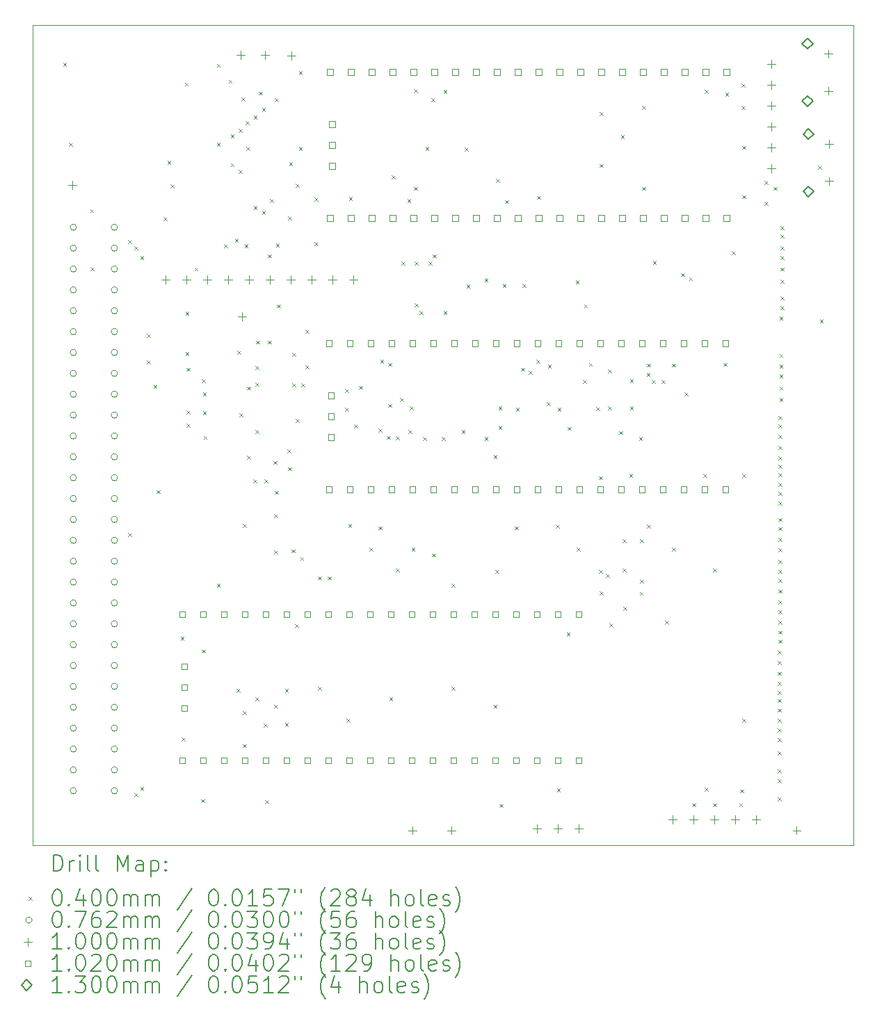
<source format=gbr>
%TF.GenerationSoftware,KiCad,Pcbnew,6.0.11-2627ca5db0~126~ubuntu22.04.1*%
%TF.CreationDate,2023-06-25T15:32:36+01:00*%
%TF.ProjectId,srom,73726f6d-2e6b-4696-9361-645f70636258,v1.3 to v1.4*%
%TF.SameCoordinates,Original*%
%TF.FileFunction,Drillmap*%
%TF.FilePolarity,Positive*%
%FSLAX45Y45*%
G04 Gerber Fmt 4.5, Leading zero omitted, Abs format (unit mm)*
G04 Created by KiCad (PCBNEW 6.0.11-2627ca5db0~126~ubuntu22.04.1) date 2023-06-25 15:32:36*
%MOMM*%
%LPD*%
G01*
G04 APERTURE LIST*
%ADD10C,0.100000*%
%ADD11C,0.200000*%
%ADD12C,0.040000*%
%ADD13C,0.076200*%
%ADD14C,0.102000*%
%ADD15C,0.130000*%
G04 APERTURE END LIST*
D10*
X4542000Y-7022000D02*
X14538000Y-7022000D01*
X14538000Y-7022000D02*
X14538000Y-17007000D01*
X14538000Y-17007000D02*
X4542000Y-17007000D01*
X4542000Y-17007000D02*
X4542000Y-7022000D01*
D11*
D12*
X4915000Y-7484000D02*
X4955000Y-7524000D01*
X4955000Y-7484000D02*
X4915000Y-7524000D01*
X4985000Y-8454000D02*
X5025000Y-8494000D01*
X5025000Y-8454000D02*
X4985000Y-8494000D01*
X5245000Y-9264000D02*
X5285000Y-9304000D01*
X5285000Y-9264000D02*
X5245000Y-9304000D01*
X5247000Y-9972000D02*
X5287000Y-10012000D01*
X5287000Y-9972000D02*
X5247000Y-10012000D01*
X5705000Y-9640150D02*
X5745000Y-9680150D01*
X5745000Y-9640150D02*
X5705000Y-9680150D01*
X5705000Y-13204000D02*
X5745000Y-13244000D01*
X5745000Y-13204000D02*
X5705000Y-13244000D01*
X5781000Y-9718000D02*
X5821000Y-9758000D01*
X5821000Y-9718000D02*
X5781000Y-9758000D01*
X5785000Y-16374000D02*
X5825000Y-16414000D01*
X5825000Y-16374000D02*
X5785000Y-16414000D01*
X5855000Y-9834000D02*
X5895000Y-9874000D01*
X5895000Y-9834000D02*
X5855000Y-9874000D01*
X5855000Y-16294000D02*
X5895000Y-16334000D01*
X5895000Y-16294000D02*
X5855000Y-16334000D01*
X5935000Y-10784000D02*
X5975000Y-10824000D01*
X5975000Y-10784000D02*
X5935000Y-10824000D01*
X5935000Y-11104000D02*
X5975000Y-11144000D01*
X5975000Y-11104000D02*
X5935000Y-11144000D01*
X6015000Y-11404000D02*
X6055000Y-11444000D01*
X6055000Y-11404000D02*
X6015000Y-11444000D01*
X6055000Y-12684000D02*
X6095000Y-12724000D01*
X6095000Y-12684000D02*
X6055000Y-12724000D01*
X6135000Y-9364000D02*
X6175000Y-9404000D01*
X6175000Y-9364000D02*
X6135000Y-9404000D01*
X6185000Y-8674000D02*
X6225000Y-8714000D01*
X6225000Y-8674000D02*
X6185000Y-8714000D01*
X6225000Y-8964000D02*
X6265000Y-9004000D01*
X6265000Y-8964000D02*
X6225000Y-9004000D01*
X6345000Y-14464000D02*
X6385000Y-14504000D01*
X6385000Y-14464000D02*
X6345000Y-14504000D01*
X6355000Y-15694000D02*
X6395000Y-15734000D01*
X6395000Y-15694000D02*
X6355000Y-15734000D01*
X6395000Y-7724000D02*
X6435000Y-7764000D01*
X6435000Y-7724000D02*
X6395000Y-7764000D01*
X6405000Y-10514000D02*
X6445000Y-10554000D01*
X6445000Y-10514000D02*
X6405000Y-10554000D01*
X6405000Y-11002950D02*
X6445000Y-11042950D01*
X6445000Y-11002950D02*
X6405000Y-11042950D01*
X6415000Y-11194000D02*
X6455000Y-11234000D01*
X6455000Y-11194000D02*
X6415000Y-11234000D01*
X6415000Y-11714000D02*
X6455000Y-11754000D01*
X6455000Y-11714000D02*
X6415000Y-11754000D01*
X6419585Y-11874190D02*
X6459585Y-11914190D01*
X6459585Y-11874190D02*
X6419585Y-11914190D01*
X6515000Y-9974000D02*
X6555000Y-10014000D01*
X6555000Y-9974000D02*
X6515000Y-10014000D01*
X6595000Y-16443950D02*
X6635000Y-16483950D01*
X6635000Y-16443950D02*
X6595000Y-16483950D01*
X6605000Y-11334000D02*
X6645000Y-11374000D01*
X6645000Y-11334000D02*
X6605000Y-11374000D01*
X6605000Y-14624000D02*
X6645000Y-14664000D01*
X6645000Y-14624000D02*
X6605000Y-14664000D01*
X6615000Y-11494000D02*
X6655000Y-11534000D01*
X6655000Y-11494000D02*
X6615000Y-11534000D01*
X6615000Y-11724000D02*
X6655000Y-11764000D01*
X6655000Y-11724000D02*
X6615000Y-11764000D01*
X6625000Y-12024000D02*
X6665000Y-12064000D01*
X6665000Y-12024000D02*
X6625000Y-12064000D01*
X6785000Y-7494000D02*
X6825000Y-7534000D01*
X6825000Y-7494000D02*
X6785000Y-7534000D01*
X6785000Y-8454000D02*
X6825000Y-8494000D01*
X6825000Y-8454000D02*
X6785000Y-8494000D01*
X6785000Y-13824000D02*
X6825000Y-13864000D01*
X6825000Y-13824000D02*
X6785000Y-13864000D01*
X6875000Y-9694000D02*
X6915000Y-9734000D01*
X6915000Y-9694000D02*
X6875000Y-9734000D01*
X6929000Y-7690000D02*
X6969000Y-7730000D01*
X6969000Y-7690000D02*
X6929000Y-7730000D01*
X6955000Y-8354000D02*
X6995000Y-8394000D01*
X6995000Y-8354000D02*
X6955000Y-8394000D01*
X6955000Y-8704000D02*
X6995000Y-8744000D01*
X6995000Y-8704000D02*
X6955000Y-8744000D01*
X7005000Y-9624000D02*
X7045000Y-9664000D01*
X7045000Y-9624000D02*
X7005000Y-9664000D01*
X7025000Y-15104000D02*
X7065000Y-15144000D01*
X7065000Y-15104000D02*
X7025000Y-15144000D01*
X7035000Y-10984000D02*
X7075000Y-11024000D01*
X7075000Y-10984000D02*
X7035000Y-11024000D01*
X7055000Y-8284000D02*
X7095000Y-8324000D01*
X7095000Y-8284000D02*
X7055000Y-8324000D01*
X7055000Y-8784000D02*
X7095000Y-8824000D01*
X7095000Y-8784000D02*
X7055000Y-8824000D01*
X7059000Y-11750000D02*
X7099000Y-11790000D01*
X7099000Y-11750000D02*
X7059000Y-11790000D01*
X7085050Y-7904000D02*
X7125050Y-7944000D01*
X7125050Y-7904000D02*
X7085050Y-7944000D01*
X7105000Y-13094000D02*
X7145000Y-13134000D01*
X7145000Y-13094000D02*
X7105000Y-13134000D01*
X7105000Y-15374000D02*
X7145000Y-15414000D01*
X7145000Y-15374000D02*
X7105000Y-15414000D01*
X7105000Y-15774000D02*
X7145000Y-15814000D01*
X7145000Y-15774000D02*
X7105000Y-15814000D01*
X7125000Y-9694050D02*
X7165000Y-9734050D01*
X7165000Y-9694050D02*
X7125000Y-9734050D01*
X7135000Y-8194000D02*
X7175000Y-8234000D01*
X7175000Y-8194000D02*
X7135000Y-8234000D01*
X7145000Y-8504000D02*
X7185000Y-8544000D01*
X7185000Y-8504000D02*
X7145000Y-8544000D01*
X7155000Y-11424050D02*
X7195000Y-11464050D01*
X7195000Y-11424050D02*
X7155000Y-11464050D01*
X7155000Y-12264000D02*
X7195000Y-12304000D01*
X7195000Y-12264000D02*
X7155000Y-12304000D01*
X7229500Y-12555750D02*
X7269500Y-12595750D01*
X7269500Y-12555750D02*
X7229500Y-12595750D01*
X7235000Y-8124000D02*
X7275000Y-8164000D01*
X7275000Y-8124000D02*
X7235000Y-8164000D01*
X7235000Y-9224000D02*
X7275000Y-9264000D01*
X7275000Y-9224000D02*
X7235000Y-9264000D01*
X7255000Y-11174000D02*
X7295000Y-11214000D01*
X7295000Y-11174000D02*
X7255000Y-11214000D01*
X7255000Y-11374000D02*
X7295000Y-11414000D01*
X7295000Y-11374000D02*
X7255000Y-11414000D01*
X7255000Y-11953950D02*
X7295000Y-11993950D01*
X7295000Y-11953950D02*
X7255000Y-11993950D01*
X7255000Y-15204000D02*
X7295000Y-15244000D01*
X7295000Y-15204000D02*
X7255000Y-15244000D01*
X7265000Y-10864000D02*
X7305000Y-10904000D01*
X7305000Y-10864000D02*
X7265000Y-10904000D01*
X7295000Y-7834050D02*
X7335000Y-7874050D01*
X7335000Y-7834050D02*
X7295000Y-7874050D01*
X7335000Y-8034000D02*
X7375000Y-8074000D01*
X7375000Y-8034000D02*
X7335000Y-8074000D01*
X7335538Y-9284538D02*
X7375538Y-9324538D01*
X7375538Y-9284538D02*
X7335538Y-9324538D01*
X7355000Y-15524000D02*
X7395000Y-15564000D01*
X7395000Y-15524000D02*
X7355000Y-15564000D01*
X7365000Y-12555750D02*
X7405000Y-12595750D01*
X7405000Y-12555750D02*
X7365000Y-12595750D01*
X7375000Y-16454000D02*
X7415000Y-16494000D01*
X7415000Y-16454000D02*
X7375000Y-16494000D01*
X7404950Y-10864000D02*
X7444950Y-10904000D01*
X7444950Y-10864000D02*
X7404950Y-10904000D01*
X7405000Y-9814000D02*
X7445000Y-9854000D01*
X7445000Y-9814000D02*
X7405000Y-9854000D01*
X7435000Y-9144050D02*
X7475000Y-9184050D01*
X7475000Y-9144050D02*
X7435000Y-9184050D01*
X7475000Y-12327950D02*
X7515000Y-12367950D01*
X7515000Y-12327950D02*
X7475000Y-12367950D01*
X7485000Y-12974000D02*
X7525000Y-13014000D01*
X7525000Y-12974000D02*
X7485000Y-13014000D01*
X7485000Y-13414000D02*
X7525000Y-13454000D01*
X7525000Y-13414000D02*
X7485000Y-13454000D01*
X7485000Y-15294000D02*
X7525000Y-15334000D01*
X7525000Y-15294000D02*
X7485000Y-15334000D01*
X7495000Y-7914000D02*
X7535000Y-7954000D01*
X7535000Y-7914000D02*
X7495000Y-7954000D01*
X7495000Y-12694000D02*
X7535000Y-12734000D01*
X7535000Y-12694000D02*
X7495000Y-12734000D01*
X7505000Y-9684000D02*
X7545000Y-9724000D01*
X7545000Y-9684000D02*
X7505000Y-9724000D01*
X7515000Y-10424000D02*
X7555000Y-10464000D01*
X7555000Y-10424000D02*
X7515000Y-10464000D01*
X7615000Y-15104000D02*
X7655000Y-15144000D01*
X7655000Y-15104000D02*
X7615000Y-15144000D01*
X7615000Y-15514000D02*
X7655000Y-15554000D01*
X7655000Y-15514000D02*
X7615000Y-15554000D01*
X7645000Y-12188050D02*
X7685000Y-12228050D01*
X7685000Y-12188050D02*
X7645000Y-12228050D01*
X7653200Y-12405800D02*
X7693200Y-12445800D01*
X7693200Y-12405800D02*
X7653200Y-12445800D01*
X7655000Y-9354000D02*
X7695000Y-9394000D01*
X7695000Y-9354000D02*
X7655000Y-9394000D01*
X7665000Y-8694000D02*
X7705000Y-8734000D01*
X7705000Y-8694000D02*
X7665000Y-8734000D01*
X7695000Y-13404000D02*
X7735000Y-13444000D01*
X7735000Y-13404000D02*
X7695000Y-13444000D01*
X7705000Y-11014000D02*
X7745000Y-11054000D01*
X7745000Y-11014000D02*
X7705000Y-11054000D01*
X7705000Y-11383950D02*
X7745000Y-11423950D01*
X7745000Y-11383950D02*
X7705000Y-11423950D01*
X7735000Y-14314000D02*
X7775000Y-14354000D01*
X7775000Y-14314000D02*
X7735000Y-14354000D01*
X7745000Y-8954000D02*
X7785000Y-8994000D01*
X7785000Y-8954000D02*
X7745000Y-8994000D01*
X7746963Y-11819193D02*
X7786963Y-11859193D01*
X7786963Y-11819193D02*
X7746963Y-11859193D01*
X7785000Y-7584000D02*
X7825000Y-7624000D01*
X7825000Y-7584000D02*
X7785000Y-7624000D01*
X7785000Y-8504000D02*
X7825000Y-8544000D01*
X7825000Y-8504000D02*
X7785000Y-8544000D01*
X7800550Y-13498050D02*
X7840550Y-13538050D01*
X7840550Y-13498050D02*
X7800550Y-13538050D01*
X7815000Y-11384000D02*
X7855000Y-11424000D01*
X7855000Y-11384000D02*
X7815000Y-11424000D01*
X7865000Y-10734000D02*
X7905000Y-10774000D01*
X7905000Y-10734000D02*
X7865000Y-10774000D01*
X7865000Y-11164000D02*
X7905000Y-11204000D01*
X7905000Y-11164000D02*
X7865000Y-11204000D01*
X7975000Y-9124000D02*
X8015000Y-9164000D01*
X8015000Y-9124000D02*
X7975000Y-9164000D01*
X7975000Y-9664000D02*
X8015000Y-9704000D01*
X8015000Y-9664000D02*
X7975000Y-9704000D01*
X8015000Y-13734000D02*
X8055000Y-13774000D01*
X8055000Y-13734000D02*
X8015000Y-13774000D01*
X8015000Y-15074000D02*
X8055000Y-15114000D01*
X8055000Y-15074000D02*
X8015000Y-15114000D01*
X8135000Y-13734000D02*
X8175000Y-13774000D01*
X8175000Y-13734000D02*
X8135000Y-13774000D01*
X8345000Y-11453950D02*
X8385000Y-11493950D01*
X8385000Y-11453950D02*
X8345000Y-11493950D01*
X8345000Y-11680050D02*
X8385000Y-11720050D01*
X8385000Y-11680050D02*
X8345000Y-11720050D01*
X8365000Y-15464000D02*
X8405000Y-15504000D01*
X8405000Y-15464000D02*
X8365000Y-15504000D01*
X8385000Y-13094000D02*
X8425000Y-13134000D01*
X8425000Y-13094000D02*
X8385000Y-13134000D01*
X8395000Y-9114000D02*
X8435000Y-9154000D01*
X8435000Y-9114000D02*
X8395000Y-9154000D01*
X8455000Y-11884000D02*
X8495000Y-11924000D01*
X8495000Y-11884000D02*
X8455000Y-11924000D01*
X8515000Y-11413950D02*
X8555000Y-11453950D01*
X8555000Y-11413950D02*
X8515000Y-11453950D01*
X8645000Y-13384000D02*
X8685000Y-13424000D01*
X8685000Y-13384000D02*
X8645000Y-13424000D01*
X8755000Y-11934000D02*
X8795000Y-11974000D01*
X8795000Y-11934000D02*
X8755000Y-11974000D01*
X8755000Y-13124000D02*
X8795000Y-13164000D01*
X8795000Y-13124000D02*
X8755000Y-13164000D01*
X8775000Y-11097050D02*
X8815000Y-11137050D01*
X8815000Y-11097050D02*
X8775000Y-11137050D01*
X8855000Y-12024000D02*
X8895000Y-12064000D01*
X8895000Y-12024000D02*
X8855000Y-12064000D01*
X8875000Y-11135800D02*
X8915000Y-11175800D01*
X8915000Y-11135800D02*
X8875000Y-11175800D01*
X8875000Y-11634000D02*
X8915000Y-11674000D01*
X8915000Y-11634000D02*
X8875000Y-11674000D01*
X8885000Y-15204000D02*
X8925000Y-15244000D01*
X8925000Y-15204000D02*
X8885000Y-15244000D01*
X8915000Y-8854000D02*
X8955000Y-8894000D01*
X8955000Y-8854000D02*
X8915000Y-8894000D01*
X8963050Y-13637950D02*
X9003050Y-13677950D01*
X9003050Y-13637950D02*
X8963050Y-13677950D01*
X8963436Y-12028607D02*
X9003436Y-12068607D01*
X9003436Y-12028607D02*
X8963436Y-12068607D01*
X9015000Y-11564000D02*
X9055000Y-11604000D01*
X9055000Y-11564000D02*
X9015000Y-11604000D01*
X9035000Y-9902050D02*
X9075000Y-9942050D01*
X9075000Y-9902050D02*
X9035000Y-9942050D01*
X9105000Y-9144000D02*
X9145000Y-9184000D01*
X9145000Y-9144000D02*
X9105000Y-9184000D01*
X9115000Y-11953950D02*
X9155000Y-11993950D01*
X9155000Y-11953950D02*
X9115000Y-11993950D01*
X9135000Y-11664050D02*
X9175000Y-11704050D01*
X9175000Y-11664050D02*
X9135000Y-11704050D01*
X9155000Y-13383950D02*
X9195000Y-13423950D01*
X9195000Y-13383950D02*
X9155000Y-13423950D01*
X9185000Y-7804000D02*
X9225000Y-7844000D01*
X9225000Y-7804000D02*
X9185000Y-7844000D01*
X9185000Y-8994000D02*
X9225000Y-9034000D01*
X9225000Y-8994000D02*
X9185000Y-9034000D01*
X9195000Y-9902050D02*
X9235000Y-9942050D01*
X9235000Y-9902050D02*
X9195000Y-9942050D01*
X9195000Y-10413950D02*
X9235000Y-10453950D01*
X9235000Y-10413950D02*
X9195000Y-10453950D01*
X9255000Y-10503950D02*
X9295000Y-10543950D01*
X9295000Y-10503950D02*
X9255000Y-10543950D01*
X9295000Y-12034050D02*
X9335000Y-12074050D01*
X9335000Y-12034050D02*
X9295000Y-12074050D01*
X9325000Y-8504000D02*
X9365000Y-8544000D01*
X9365000Y-8504000D02*
X9325000Y-8544000D01*
X9364950Y-9902050D02*
X9404950Y-9942050D01*
X9404950Y-9902050D02*
X9364950Y-9942050D01*
X9395000Y-7914000D02*
X9435000Y-7954000D01*
X9435000Y-7914000D02*
X9395000Y-7954000D01*
X9405000Y-13454000D02*
X9445000Y-13494000D01*
X9445000Y-13454000D02*
X9405000Y-13494000D01*
X9415000Y-9813950D02*
X9455000Y-9853950D01*
X9455000Y-9813950D02*
X9415000Y-9853950D01*
X9525000Y-12034050D02*
X9565000Y-12074050D01*
X9565000Y-12034050D02*
X9525000Y-12074050D01*
X9545000Y-7814000D02*
X9585000Y-7854000D01*
X9585000Y-7814000D02*
X9545000Y-7854000D01*
X9545000Y-10503950D02*
X9585000Y-10543950D01*
X9585000Y-10503950D02*
X9545000Y-10543950D01*
X9645000Y-13824000D02*
X9685000Y-13864000D01*
X9685000Y-13824000D02*
X9645000Y-13864000D01*
X9645000Y-15074000D02*
X9685000Y-15114000D01*
X9685000Y-15074000D02*
X9645000Y-15114000D01*
X9765000Y-11953950D02*
X9805000Y-11993950D01*
X9805000Y-11953950D02*
X9765000Y-11993950D01*
X9805000Y-8514000D02*
X9845000Y-8554000D01*
X9845000Y-8514000D02*
X9805000Y-8554000D01*
X9825000Y-10184000D02*
X9865000Y-10224000D01*
X9865000Y-10184000D02*
X9825000Y-10224000D01*
X10045000Y-10104000D02*
X10085000Y-10144000D01*
X10085000Y-10104000D02*
X10045000Y-10144000D01*
X10045000Y-12033950D02*
X10085000Y-12073950D01*
X10085000Y-12033950D02*
X10045000Y-12073950D01*
X10155000Y-12254000D02*
X10195000Y-12294000D01*
X10195000Y-12254000D02*
X10155000Y-12294000D01*
X10155000Y-15294000D02*
X10195000Y-15334000D01*
X10195000Y-15294000D02*
X10155000Y-15334000D01*
X10175000Y-13654000D02*
X10215000Y-13694000D01*
X10215000Y-13654000D02*
X10175000Y-13694000D01*
X10185000Y-8894000D02*
X10225000Y-8934000D01*
X10225000Y-8894000D02*
X10185000Y-8934000D01*
X10215000Y-11664000D02*
X10255000Y-11704000D01*
X10255000Y-11664000D02*
X10215000Y-11704000D01*
X10215000Y-11904000D02*
X10255000Y-11944000D01*
X10255000Y-11904000D02*
X10215000Y-11944000D01*
X10225000Y-16504000D02*
X10265000Y-16544000D01*
X10265000Y-16504000D02*
X10225000Y-16544000D01*
X10265000Y-10174000D02*
X10305000Y-10214000D01*
X10305000Y-10174000D02*
X10265000Y-10214000D01*
X10295000Y-9154000D02*
X10335000Y-9194000D01*
X10335000Y-9154000D02*
X10295000Y-9194000D01*
X10415000Y-13124000D02*
X10455000Y-13164000D01*
X10455000Y-13124000D02*
X10415000Y-13164000D01*
X10425000Y-11680050D02*
X10465000Y-11720050D01*
X10465000Y-11680050D02*
X10425000Y-11720050D01*
X10489688Y-11194088D02*
X10529688Y-11234088D01*
X10529688Y-11194088D02*
X10489688Y-11234088D01*
X10505000Y-10174000D02*
X10545000Y-10214000D01*
X10545000Y-10174000D02*
X10505000Y-10214000D01*
X10585000Y-11234050D02*
X10625000Y-11274050D01*
X10625000Y-11234050D02*
X10585000Y-11274050D01*
X10675000Y-11093950D02*
X10715000Y-11133950D01*
X10715000Y-11093950D02*
X10675000Y-11133950D01*
X10685000Y-9104000D02*
X10725000Y-9144000D01*
X10725000Y-9104000D02*
X10685000Y-9144000D01*
X10804065Y-11613065D02*
X10844065Y-11653065D01*
X10844065Y-11613065D02*
X10804065Y-11653065D01*
X10815000Y-11154000D02*
X10855000Y-11194000D01*
X10855000Y-11154000D02*
X10815000Y-11194000D01*
X10915000Y-13104000D02*
X10955000Y-13144000D01*
X10955000Y-13104000D02*
X10915000Y-13144000D01*
X10925000Y-16314000D02*
X10965000Y-16354000D01*
X10965000Y-16314000D02*
X10925000Y-16354000D01*
X10935000Y-11680050D02*
X10975000Y-11720050D01*
X10975000Y-11680050D02*
X10935000Y-11720050D01*
X11045000Y-14414000D02*
X11085000Y-14454000D01*
X11085000Y-14414000D02*
X11045000Y-14454000D01*
X11055000Y-11914000D02*
X11095000Y-11954000D01*
X11095000Y-11914000D02*
X11055000Y-11954000D01*
X11155000Y-10134000D02*
X11195000Y-10174000D01*
X11195000Y-10134000D02*
X11155000Y-10174000D01*
X11165000Y-13383950D02*
X11205000Y-13423950D01*
X11205000Y-13383950D02*
X11165000Y-13423950D01*
X11245000Y-11344050D02*
X11285000Y-11384050D01*
X11285000Y-11344050D02*
X11245000Y-11384050D01*
X11255000Y-10424000D02*
X11295000Y-10464000D01*
X11295000Y-10424000D02*
X11255000Y-10464000D01*
X11315000Y-11134000D02*
X11355000Y-11174000D01*
X11355000Y-11134000D02*
X11315000Y-11174000D01*
X11405000Y-11674000D02*
X11445000Y-11714000D01*
X11445000Y-11674000D02*
X11405000Y-11714000D01*
X11435000Y-12514000D02*
X11475000Y-12554000D01*
X11475000Y-12514000D02*
X11435000Y-12554000D01*
X11435000Y-13654000D02*
X11475000Y-13694000D01*
X11475000Y-13654000D02*
X11435000Y-13694000D01*
X11445000Y-8084000D02*
X11485000Y-8124000D01*
X11485000Y-8084000D02*
X11445000Y-8124000D01*
X11445000Y-8714000D02*
X11485000Y-8754000D01*
X11485000Y-8714000D02*
X11445000Y-8754000D01*
X11445000Y-13914000D02*
X11485000Y-13954000D01*
X11485000Y-13914000D02*
X11445000Y-13954000D01*
X11521047Y-13705189D02*
X11561047Y-13745189D01*
X11561047Y-13705189D02*
X11521047Y-13745189D01*
X11545000Y-11214000D02*
X11585000Y-11254000D01*
X11585000Y-11214000D02*
X11545000Y-11254000D01*
X11545000Y-11664000D02*
X11585000Y-11704000D01*
X11585000Y-11664000D02*
X11545000Y-11704000D01*
X11565000Y-14304000D02*
X11605000Y-14344000D01*
X11605000Y-14304000D02*
X11565000Y-14344000D01*
X11685000Y-11964000D02*
X11725000Y-12004000D01*
X11725000Y-11964000D02*
X11685000Y-12004000D01*
X11705000Y-8364000D02*
X11745000Y-8404000D01*
X11745000Y-8364000D02*
X11705000Y-8404000D01*
X11725000Y-13284000D02*
X11765000Y-13324000D01*
X11765000Y-13284000D02*
X11725000Y-13324000D01*
X11725000Y-13637950D02*
X11765000Y-13677950D01*
X11765000Y-13637950D02*
X11725000Y-13677950D01*
X11735000Y-14103950D02*
X11775000Y-14143950D01*
X11775000Y-14103950D02*
X11735000Y-14143950D01*
X11805000Y-12484000D02*
X11845000Y-12524000D01*
X11845000Y-12484000D02*
X11805000Y-12524000D01*
X11815000Y-11334000D02*
X11855000Y-11374000D01*
X11855000Y-11334000D02*
X11815000Y-11374000D01*
X11815000Y-11663950D02*
X11855000Y-11703950D01*
X11855000Y-11663950D02*
X11815000Y-11703950D01*
X11925000Y-12034000D02*
X11965000Y-12074000D01*
X11965000Y-12034000D02*
X11925000Y-12074000D01*
X11932424Y-13920550D02*
X11972424Y-13960550D01*
X11972424Y-13920550D02*
X11932424Y-13960550D01*
X11935000Y-13284000D02*
X11975000Y-13324000D01*
X11975000Y-13284000D02*
X11935000Y-13324000D01*
X11935000Y-13774000D02*
X11975000Y-13814000D01*
X11975000Y-13774000D02*
X11935000Y-13814000D01*
X11965000Y-8004000D02*
X12005000Y-8044000D01*
X12005000Y-8004000D02*
X11965000Y-8044000D01*
X11965000Y-8994000D02*
X12005000Y-9034000D01*
X12005000Y-8994000D02*
X11965000Y-9034000D01*
X12018890Y-11254845D02*
X12058890Y-11294845D01*
X12058890Y-11254845D02*
X12018890Y-11294845D01*
X12025000Y-11144000D02*
X12065000Y-11184000D01*
X12065000Y-11144000D02*
X12025000Y-11184000D01*
X12025000Y-13104000D02*
X12065000Y-13144000D01*
X12065000Y-13104000D02*
X12025000Y-13144000D01*
X12078405Y-11344050D02*
X12118405Y-11384050D01*
X12118405Y-11344050D02*
X12078405Y-11384050D01*
X12095000Y-9894000D02*
X12135000Y-9934000D01*
X12135000Y-9894000D02*
X12095000Y-9934000D01*
X12200685Y-11344050D02*
X12240685Y-11384050D01*
X12240685Y-11344050D02*
X12200685Y-11384050D01*
X12245000Y-14274000D02*
X12285000Y-14314000D01*
X12285000Y-14274000D02*
X12245000Y-14314000D01*
X12325000Y-11144000D02*
X12365000Y-11184000D01*
X12365000Y-11144000D02*
X12325000Y-11184000D01*
X12325000Y-13384000D02*
X12365000Y-13424000D01*
X12365000Y-13384000D02*
X12325000Y-13424000D01*
X12435000Y-10041950D02*
X12475000Y-10081950D01*
X12475000Y-10041950D02*
X12435000Y-10081950D01*
X12479634Y-11493950D02*
X12519634Y-11533950D01*
X12519634Y-11493950D02*
X12479634Y-11533950D01*
X12535000Y-10094000D02*
X12575000Y-10134000D01*
X12575000Y-10094000D02*
X12535000Y-10134000D01*
X12575000Y-16494000D02*
X12615000Y-16534000D01*
X12615000Y-16494000D02*
X12575000Y-16534000D01*
X12705000Y-12484000D02*
X12745000Y-12524000D01*
X12745000Y-12484000D02*
X12705000Y-12524000D01*
X12725000Y-7814000D02*
X12765000Y-7854000D01*
X12765000Y-7814000D02*
X12725000Y-7854000D01*
X12725000Y-16304000D02*
X12765000Y-16344000D01*
X12765000Y-16304000D02*
X12725000Y-16344000D01*
X12825000Y-13637950D02*
X12865000Y-13677950D01*
X12865000Y-13637950D02*
X12825000Y-13677950D01*
X12825000Y-16493950D02*
X12865000Y-16533950D01*
X12865000Y-16493950D02*
X12825000Y-16533950D01*
X12955000Y-11134000D02*
X12995000Y-11174000D01*
X12995000Y-11134000D02*
X12955000Y-11174000D01*
X12975000Y-7844000D02*
X13015000Y-7884000D01*
X13015000Y-7844000D02*
X12975000Y-7884000D01*
X13055000Y-9774000D02*
X13095000Y-9814000D01*
X13095000Y-9774000D02*
X13055000Y-9814000D01*
X13145000Y-16494000D02*
X13185000Y-16534000D01*
X13185000Y-16494000D02*
X13145000Y-16534000D01*
X13155000Y-16324000D02*
X13195000Y-16364000D01*
X13195000Y-16324000D02*
X13155000Y-16364000D01*
X13175000Y-7734000D02*
X13215000Y-7774000D01*
X13215000Y-7734000D02*
X13175000Y-7774000D01*
X13175000Y-8004000D02*
X13215000Y-8044000D01*
X13215000Y-8004000D02*
X13175000Y-8044000D01*
X13183550Y-8494000D02*
X13223550Y-8534000D01*
X13223550Y-8494000D02*
X13183550Y-8534000D01*
X13183550Y-9094000D02*
X13223550Y-9134000D01*
X13223550Y-9094000D02*
X13183550Y-9134000D01*
X13183550Y-12484000D02*
X13223550Y-12524000D01*
X13223550Y-12484000D02*
X13183550Y-12524000D01*
X13183550Y-15464000D02*
X13223550Y-15504000D01*
X13223550Y-15464000D02*
X13183550Y-15504000D01*
X13455000Y-8924000D02*
X13495000Y-8964000D01*
X13495000Y-8924000D02*
X13455000Y-8964000D01*
X13455000Y-9174000D02*
X13495000Y-9214000D01*
X13495000Y-9174000D02*
X13455000Y-9214000D01*
X13565000Y-8994000D02*
X13605000Y-9034000D01*
X13605000Y-8994000D02*
X13565000Y-9034000D01*
X13615000Y-14634000D02*
X13655000Y-14674000D01*
X13655000Y-14634000D02*
X13615000Y-14674000D01*
X13615000Y-14764000D02*
X13655000Y-14804000D01*
X13655000Y-14764000D02*
X13615000Y-14804000D01*
X13615000Y-14894000D02*
X13655000Y-14934000D01*
X13655000Y-14894000D02*
X13615000Y-14934000D01*
X13615000Y-15014000D02*
X13655000Y-15054000D01*
X13655000Y-15014000D02*
X13615000Y-15054000D01*
X13615000Y-15124000D02*
X13655000Y-15164000D01*
X13655000Y-15124000D02*
X13615000Y-15164000D01*
X13615000Y-15224000D02*
X13655000Y-15264000D01*
X13655000Y-15224000D02*
X13615000Y-15264000D01*
X13615000Y-15344000D02*
X13655000Y-15384000D01*
X13655000Y-15344000D02*
X13615000Y-15384000D01*
X13615000Y-15464000D02*
X13655000Y-15504000D01*
X13655000Y-15464000D02*
X13615000Y-15504000D01*
X13615000Y-15584000D02*
X13655000Y-15624000D01*
X13655000Y-15584000D02*
X13615000Y-15624000D01*
X13615000Y-15704000D02*
X13655000Y-15744000D01*
X13655000Y-15704000D02*
X13615000Y-15744000D01*
X13615000Y-15864000D02*
X13655000Y-15904000D01*
X13655000Y-15864000D02*
X13615000Y-15904000D01*
X13615000Y-16084000D02*
X13655000Y-16124000D01*
X13655000Y-16084000D02*
X13615000Y-16124000D01*
X13615000Y-16204000D02*
X13655000Y-16244000D01*
X13655000Y-16204000D02*
X13615000Y-16244000D01*
X13615000Y-16424000D02*
X13655000Y-16464000D01*
X13655000Y-16424000D02*
X13615000Y-16464000D01*
X13624757Y-12824000D02*
X13664757Y-12864000D01*
X13664757Y-12824000D02*
X13624757Y-12864000D01*
X13624807Y-12373950D02*
X13664807Y-12413950D01*
X13664807Y-12373950D02*
X13624807Y-12413950D01*
X13625000Y-11784000D02*
X13665000Y-11824000D01*
X13665000Y-11784000D02*
X13625000Y-11824000D01*
X13625000Y-11884000D02*
X13665000Y-11924000D01*
X13665000Y-11884000D02*
X13625000Y-11924000D01*
X13625000Y-12014000D02*
X13665000Y-12054000D01*
X13665000Y-12014000D02*
X13625000Y-12054000D01*
X13625000Y-12144000D02*
X13665000Y-12184000D01*
X13665000Y-12144000D02*
X13625000Y-12184000D01*
X13625000Y-12274000D02*
X13665000Y-12314000D01*
X13665000Y-12274000D02*
X13625000Y-12314000D01*
X13625000Y-12474000D02*
X13665000Y-12514000D01*
X13665000Y-12474000D02*
X13625000Y-12514000D01*
X13625000Y-12594000D02*
X13665000Y-12634000D01*
X13665000Y-12594000D02*
X13625000Y-12634000D01*
X13625000Y-12704000D02*
X13665000Y-12744000D01*
X13665000Y-12704000D02*
X13625000Y-12744000D01*
X13625000Y-13024000D02*
X13665000Y-13064000D01*
X13665000Y-13024000D02*
X13625000Y-13064000D01*
X13625000Y-13134000D02*
X13665000Y-13174000D01*
X13665000Y-13134000D02*
X13625000Y-13174000D01*
X13625000Y-13264000D02*
X13665000Y-13304000D01*
X13665000Y-13264000D02*
X13625000Y-13304000D01*
X13625000Y-13394000D02*
X13665000Y-13434000D01*
X13665000Y-13394000D02*
X13625000Y-13434000D01*
X13625000Y-13534000D02*
X13665000Y-13574000D01*
X13665000Y-13534000D02*
X13625000Y-13574000D01*
X13625000Y-13654000D02*
X13665000Y-13694000D01*
X13665000Y-13654000D02*
X13625000Y-13694000D01*
X13625000Y-13764000D02*
X13665000Y-13804000D01*
X13665000Y-13764000D02*
X13625000Y-13804000D01*
X13625000Y-13894000D02*
X13665000Y-13934000D01*
X13665000Y-13894000D02*
X13625000Y-13934000D01*
X13625000Y-14024000D02*
X13665000Y-14064000D01*
X13665000Y-14024000D02*
X13625000Y-14064000D01*
X13625000Y-14144000D02*
X13665000Y-14184000D01*
X13665000Y-14144000D02*
X13625000Y-14184000D01*
X13625000Y-14274000D02*
X13665000Y-14314000D01*
X13665000Y-14274000D02*
X13625000Y-14314000D01*
X13625000Y-14394000D02*
X13665000Y-14434000D01*
X13665000Y-14394000D02*
X13625000Y-14434000D01*
X13625000Y-14504000D02*
X13665000Y-14544000D01*
X13665000Y-14504000D02*
X13625000Y-14544000D01*
X13635000Y-10574000D02*
X13675000Y-10614000D01*
X13675000Y-10574000D02*
X13635000Y-10614000D01*
X13635000Y-11024000D02*
X13675000Y-11064000D01*
X13675000Y-11024000D02*
X13635000Y-11064000D01*
X13635000Y-11154000D02*
X13675000Y-11194000D01*
X13675000Y-11154000D02*
X13635000Y-11194000D01*
X13635000Y-11274000D02*
X13675000Y-11314000D01*
X13675000Y-11274000D02*
X13635000Y-11314000D01*
X13635000Y-11424000D02*
X13675000Y-11464000D01*
X13675000Y-11424000D02*
X13635000Y-11464000D01*
X13635000Y-11564000D02*
X13675000Y-11604000D01*
X13675000Y-11564000D02*
X13635000Y-11604000D01*
X13645000Y-9474000D02*
X13685000Y-9514000D01*
X13685000Y-9474000D02*
X13645000Y-9514000D01*
X13645000Y-9573950D02*
X13685000Y-9613950D01*
X13685000Y-9573950D02*
X13645000Y-9613950D01*
X13645000Y-9714000D02*
X13685000Y-9754000D01*
X13685000Y-9714000D02*
X13645000Y-9754000D01*
X13645000Y-9834000D02*
X13685000Y-9874000D01*
X13685000Y-9834000D02*
X13645000Y-9874000D01*
X13645000Y-9974000D02*
X13685000Y-10014000D01*
X13685000Y-9974000D02*
X13645000Y-10014000D01*
X13645000Y-10124000D02*
X13685000Y-10164000D01*
X13685000Y-10124000D02*
X13645000Y-10164000D01*
X13645000Y-10324000D02*
X13685000Y-10364000D01*
X13685000Y-10324000D02*
X13645000Y-10364000D01*
X13645000Y-10444000D02*
X13685000Y-10484000D01*
X13685000Y-10444000D02*
X13645000Y-10484000D01*
X14105000Y-8734000D02*
X14145000Y-8774000D01*
X14145000Y-8734000D02*
X14105000Y-8774000D01*
X14125000Y-10604000D02*
X14165000Y-10644000D01*
X14165000Y-10604000D02*
X14125000Y-10644000D01*
D13*
X5077100Y-9484000D02*
G75*
G03*
X5077100Y-9484000I-38100J0D01*
G01*
X5077100Y-9738000D02*
G75*
G03*
X5077100Y-9738000I-38100J0D01*
G01*
X5077100Y-9992000D02*
G75*
G03*
X5077100Y-9992000I-38100J0D01*
G01*
X5077100Y-10246000D02*
G75*
G03*
X5077100Y-10246000I-38100J0D01*
G01*
X5077100Y-10500000D02*
G75*
G03*
X5077100Y-10500000I-38100J0D01*
G01*
X5077100Y-10754000D02*
G75*
G03*
X5077100Y-10754000I-38100J0D01*
G01*
X5077100Y-11008000D02*
G75*
G03*
X5077100Y-11008000I-38100J0D01*
G01*
X5077100Y-11262000D02*
G75*
G03*
X5077100Y-11262000I-38100J0D01*
G01*
X5077100Y-11516000D02*
G75*
G03*
X5077100Y-11516000I-38100J0D01*
G01*
X5077100Y-11770000D02*
G75*
G03*
X5077100Y-11770000I-38100J0D01*
G01*
X5077100Y-12024000D02*
G75*
G03*
X5077100Y-12024000I-38100J0D01*
G01*
X5077100Y-12278000D02*
G75*
G03*
X5077100Y-12278000I-38100J0D01*
G01*
X5077100Y-12532000D02*
G75*
G03*
X5077100Y-12532000I-38100J0D01*
G01*
X5077100Y-12786000D02*
G75*
G03*
X5077100Y-12786000I-38100J0D01*
G01*
X5077100Y-13040000D02*
G75*
G03*
X5077100Y-13040000I-38100J0D01*
G01*
X5077100Y-13294000D02*
G75*
G03*
X5077100Y-13294000I-38100J0D01*
G01*
X5077100Y-13548000D02*
G75*
G03*
X5077100Y-13548000I-38100J0D01*
G01*
X5077100Y-13802000D02*
G75*
G03*
X5077100Y-13802000I-38100J0D01*
G01*
X5077100Y-14056000D02*
G75*
G03*
X5077100Y-14056000I-38100J0D01*
G01*
X5077100Y-14310000D02*
G75*
G03*
X5077100Y-14310000I-38100J0D01*
G01*
X5077100Y-14564000D02*
G75*
G03*
X5077100Y-14564000I-38100J0D01*
G01*
X5077100Y-14818000D02*
G75*
G03*
X5077100Y-14818000I-38100J0D01*
G01*
X5077100Y-15072000D02*
G75*
G03*
X5077100Y-15072000I-38100J0D01*
G01*
X5077100Y-15326000D02*
G75*
G03*
X5077100Y-15326000I-38100J0D01*
G01*
X5077100Y-15580000D02*
G75*
G03*
X5077100Y-15580000I-38100J0D01*
G01*
X5077100Y-15834000D02*
G75*
G03*
X5077100Y-15834000I-38100J0D01*
G01*
X5077100Y-16088000D02*
G75*
G03*
X5077100Y-16088000I-38100J0D01*
G01*
X5077100Y-16342000D02*
G75*
G03*
X5077100Y-16342000I-38100J0D01*
G01*
X5577100Y-9484000D02*
G75*
G03*
X5577100Y-9484000I-38100J0D01*
G01*
X5577100Y-9738000D02*
G75*
G03*
X5577100Y-9738000I-38100J0D01*
G01*
X5577100Y-9992000D02*
G75*
G03*
X5577100Y-9992000I-38100J0D01*
G01*
X5577100Y-10246000D02*
G75*
G03*
X5577100Y-10246000I-38100J0D01*
G01*
X5577100Y-10500000D02*
G75*
G03*
X5577100Y-10500000I-38100J0D01*
G01*
X5577100Y-10754000D02*
G75*
G03*
X5577100Y-10754000I-38100J0D01*
G01*
X5577100Y-11008000D02*
G75*
G03*
X5577100Y-11008000I-38100J0D01*
G01*
X5577100Y-11262000D02*
G75*
G03*
X5577100Y-11262000I-38100J0D01*
G01*
X5577100Y-11516000D02*
G75*
G03*
X5577100Y-11516000I-38100J0D01*
G01*
X5577100Y-11770000D02*
G75*
G03*
X5577100Y-11770000I-38100J0D01*
G01*
X5577100Y-12024000D02*
G75*
G03*
X5577100Y-12024000I-38100J0D01*
G01*
X5577100Y-12278000D02*
G75*
G03*
X5577100Y-12278000I-38100J0D01*
G01*
X5577100Y-12532000D02*
G75*
G03*
X5577100Y-12532000I-38100J0D01*
G01*
X5577100Y-12786000D02*
G75*
G03*
X5577100Y-12786000I-38100J0D01*
G01*
X5577100Y-13040000D02*
G75*
G03*
X5577100Y-13040000I-38100J0D01*
G01*
X5577100Y-13294000D02*
G75*
G03*
X5577100Y-13294000I-38100J0D01*
G01*
X5577100Y-13548000D02*
G75*
G03*
X5577100Y-13548000I-38100J0D01*
G01*
X5577100Y-13802000D02*
G75*
G03*
X5577100Y-13802000I-38100J0D01*
G01*
X5577100Y-14056000D02*
G75*
G03*
X5577100Y-14056000I-38100J0D01*
G01*
X5577100Y-14310000D02*
G75*
G03*
X5577100Y-14310000I-38100J0D01*
G01*
X5577100Y-14564000D02*
G75*
G03*
X5577100Y-14564000I-38100J0D01*
G01*
X5577100Y-14818000D02*
G75*
G03*
X5577100Y-14818000I-38100J0D01*
G01*
X5577100Y-15072000D02*
G75*
G03*
X5577100Y-15072000I-38100J0D01*
G01*
X5577100Y-15326000D02*
G75*
G03*
X5577100Y-15326000I-38100J0D01*
G01*
X5577100Y-15580000D02*
G75*
G03*
X5577100Y-15580000I-38100J0D01*
G01*
X5577100Y-15834000D02*
G75*
G03*
X5577100Y-15834000I-38100J0D01*
G01*
X5577100Y-16088000D02*
G75*
G03*
X5577100Y-16088000I-38100J0D01*
G01*
X5577100Y-16342000D02*
G75*
G03*
X5577100Y-16342000I-38100J0D01*
G01*
D10*
X5025000Y-8924000D02*
X5025000Y-9024000D01*
X4975000Y-8974000D02*
X5075000Y-8974000D01*
X6161500Y-10074000D02*
X6161500Y-10174000D01*
X6111500Y-10124000D02*
X6211500Y-10124000D01*
X6415500Y-10074000D02*
X6415500Y-10174000D01*
X6365500Y-10124000D02*
X6465500Y-10124000D01*
X6669500Y-10074000D02*
X6669500Y-10174000D01*
X6619500Y-10124000D02*
X6719500Y-10124000D01*
X6923500Y-10074000D02*
X6923500Y-10174000D01*
X6873500Y-10124000D02*
X6973500Y-10124000D01*
X7075000Y-7334000D02*
X7075000Y-7434000D01*
X7025000Y-7384000D02*
X7125000Y-7384000D01*
X7095000Y-10524000D02*
X7095000Y-10624000D01*
X7045000Y-10574000D02*
X7145000Y-10574000D01*
X7177500Y-10074000D02*
X7177500Y-10174000D01*
X7127500Y-10124000D02*
X7227500Y-10124000D01*
X7375000Y-7334000D02*
X7375000Y-7434000D01*
X7325000Y-7384000D02*
X7425000Y-7384000D01*
X7431500Y-10074000D02*
X7431500Y-10174000D01*
X7381500Y-10124000D02*
X7481500Y-10124000D01*
X7685500Y-10074000D02*
X7685500Y-10174000D01*
X7635500Y-10124000D02*
X7735500Y-10124000D01*
X7695000Y-7344000D02*
X7695000Y-7444000D01*
X7645000Y-7394000D02*
X7745000Y-7394000D01*
X7939500Y-10074000D02*
X7939500Y-10174000D01*
X7889500Y-10124000D02*
X7989500Y-10124000D01*
X8193500Y-10074000D02*
X8193500Y-10174000D01*
X8143500Y-10124000D02*
X8243500Y-10124000D01*
X8447500Y-10074000D02*
X8447500Y-10174000D01*
X8397500Y-10124000D02*
X8497500Y-10124000D01*
X9165000Y-16774000D02*
X9165000Y-16874000D01*
X9115000Y-16824000D02*
X9215000Y-16824000D01*
X9645000Y-16774000D02*
X9645000Y-16874000D01*
X9595000Y-16824000D02*
X9695000Y-16824000D01*
X10682500Y-16754000D02*
X10682500Y-16854000D01*
X10632500Y-16804000D02*
X10732500Y-16804000D01*
X10936500Y-16754000D02*
X10936500Y-16854000D01*
X10886500Y-16804000D02*
X10986500Y-16804000D01*
X11190500Y-16754000D02*
X11190500Y-16854000D01*
X11140500Y-16804000D02*
X11240500Y-16804000D01*
X12337500Y-16644000D02*
X12337500Y-16744000D01*
X12287500Y-16694000D02*
X12387500Y-16694000D01*
X12591500Y-16644000D02*
X12591500Y-16744000D01*
X12541500Y-16694000D02*
X12641500Y-16694000D01*
X12845500Y-16644000D02*
X12845500Y-16744000D01*
X12795500Y-16694000D02*
X12895500Y-16694000D01*
X13099500Y-16644000D02*
X13099500Y-16744000D01*
X13049500Y-16694000D02*
X13149500Y-16694000D01*
X13353500Y-16644000D02*
X13353500Y-16744000D01*
X13303500Y-16694000D02*
X13403500Y-16694000D01*
X13535000Y-7444000D02*
X13535000Y-7544000D01*
X13485000Y-7494000D02*
X13585000Y-7494000D01*
X13535000Y-7698000D02*
X13535000Y-7798000D01*
X13485000Y-7748000D02*
X13585000Y-7748000D01*
X13535000Y-7952000D02*
X13535000Y-8052000D01*
X13485000Y-8002000D02*
X13585000Y-8002000D01*
X13535000Y-8206000D02*
X13535000Y-8306000D01*
X13485000Y-8256000D02*
X13585000Y-8256000D01*
X13535000Y-8460000D02*
X13535000Y-8560000D01*
X13485000Y-8510000D02*
X13585000Y-8510000D01*
X13535000Y-8714000D02*
X13535000Y-8814000D01*
X13485000Y-8764000D02*
X13585000Y-8764000D01*
X13845000Y-16774000D02*
X13845000Y-16874000D01*
X13795000Y-16824000D02*
X13895000Y-16824000D01*
X14227500Y-7324000D02*
X14227500Y-7424000D01*
X14177500Y-7374000D02*
X14277500Y-7374000D01*
X14227500Y-7774000D02*
X14227500Y-7874000D01*
X14177500Y-7824000D02*
X14277500Y-7824000D01*
X14237500Y-8424000D02*
X14237500Y-8524000D01*
X14187500Y-8474000D02*
X14287500Y-8474000D01*
X14237500Y-8874000D02*
X14237500Y-8974000D01*
X14187500Y-8924000D02*
X14287500Y-8924000D01*
D14*
X6402563Y-14231063D02*
X6402563Y-14158937D01*
X6330437Y-14158937D01*
X6330437Y-14231063D01*
X6402563Y-14231063D01*
X6402563Y-16009063D02*
X6402563Y-15936937D01*
X6330437Y-15936937D01*
X6330437Y-16009063D01*
X6402563Y-16009063D01*
X6425563Y-14866063D02*
X6425563Y-14793937D01*
X6353437Y-14793937D01*
X6353437Y-14866063D01*
X6425563Y-14866063D01*
X6425563Y-15120063D02*
X6425563Y-15047937D01*
X6353437Y-15047937D01*
X6353437Y-15120063D01*
X6425563Y-15120063D01*
X6425563Y-15374063D02*
X6425563Y-15301937D01*
X6353437Y-15301937D01*
X6353437Y-15374063D01*
X6425563Y-15374063D01*
X6656563Y-14231063D02*
X6656563Y-14158937D01*
X6584437Y-14158937D01*
X6584437Y-14231063D01*
X6656563Y-14231063D01*
X6656563Y-16009063D02*
X6656563Y-15936937D01*
X6584437Y-15936937D01*
X6584437Y-16009063D01*
X6656563Y-16009063D01*
X6910563Y-14231063D02*
X6910563Y-14158937D01*
X6838437Y-14158937D01*
X6838437Y-14231063D01*
X6910563Y-14231063D01*
X6910563Y-16009063D02*
X6910563Y-15936937D01*
X6838437Y-15936937D01*
X6838437Y-16009063D01*
X6910563Y-16009063D01*
X7164563Y-14231063D02*
X7164563Y-14158937D01*
X7092437Y-14158937D01*
X7092437Y-14231063D01*
X7164563Y-14231063D01*
X7164563Y-16009063D02*
X7164563Y-15936937D01*
X7092437Y-15936937D01*
X7092437Y-16009063D01*
X7164563Y-16009063D01*
X7418563Y-14231063D02*
X7418563Y-14158937D01*
X7346437Y-14158937D01*
X7346437Y-14231063D01*
X7418563Y-14231063D01*
X7418563Y-16009063D02*
X7418563Y-15936937D01*
X7346437Y-15936937D01*
X7346437Y-16009063D01*
X7418563Y-16009063D01*
X7672563Y-14231063D02*
X7672563Y-14158937D01*
X7600437Y-14158937D01*
X7600437Y-14231063D01*
X7672563Y-14231063D01*
X7672563Y-16009063D02*
X7672563Y-15936937D01*
X7600437Y-15936937D01*
X7600437Y-16009063D01*
X7672563Y-16009063D01*
X7926563Y-14231063D02*
X7926563Y-14158937D01*
X7854437Y-14158937D01*
X7854437Y-14231063D01*
X7926563Y-14231063D01*
X7926563Y-16009063D02*
X7926563Y-15936937D01*
X7854437Y-15936937D01*
X7854437Y-16009063D01*
X7926563Y-16009063D01*
X8180563Y-14231063D02*
X8180563Y-14158937D01*
X8108437Y-14158937D01*
X8108437Y-14231063D01*
X8180563Y-14231063D01*
X8180563Y-16009063D02*
X8180563Y-15936937D01*
X8108437Y-15936937D01*
X8108437Y-16009063D01*
X8180563Y-16009063D01*
X8188063Y-10931063D02*
X8188063Y-10858937D01*
X8115937Y-10858937D01*
X8115937Y-10931063D01*
X8188063Y-10931063D01*
X8188063Y-12709063D02*
X8188063Y-12636937D01*
X8115937Y-12636937D01*
X8115937Y-12709063D01*
X8188063Y-12709063D01*
X8202563Y-7631063D02*
X8202563Y-7558937D01*
X8130437Y-7558937D01*
X8130437Y-7631063D01*
X8202563Y-7631063D01*
X8202563Y-9409063D02*
X8202563Y-9336937D01*
X8130437Y-9336937D01*
X8130437Y-9409063D01*
X8202563Y-9409063D01*
X8211063Y-11566063D02*
X8211063Y-11493937D01*
X8138937Y-11493937D01*
X8138937Y-11566063D01*
X8211063Y-11566063D01*
X8211063Y-11820063D02*
X8211063Y-11747937D01*
X8138937Y-11747937D01*
X8138937Y-11820063D01*
X8211063Y-11820063D01*
X8211063Y-12074063D02*
X8211063Y-12001937D01*
X8138937Y-12001937D01*
X8138937Y-12074063D01*
X8211063Y-12074063D01*
X8225563Y-8266063D02*
X8225563Y-8193937D01*
X8153437Y-8193937D01*
X8153437Y-8266063D01*
X8225563Y-8266063D01*
X8225563Y-8520063D02*
X8225563Y-8447937D01*
X8153437Y-8447937D01*
X8153437Y-8520063D01*
X8225563Y-8520063D01*
X8225563Y-8774063D02*
X8225563Y-8701937D01*
X8153437Y-8701937D01*
X8153437Y-8774063D01*
X8225563Y-8774063D01*
X8434563Y-14231063D02*
X8434563Y-14158937D01*
X8362437Y-14158937D01*
X8362437Y-14231063D01*
X8434563Y-14231063D01*
X8434563Y-16009063D02*
X8434563Y-15936937D01*
X8362437Y-15936937D01*
X8362437Y-16009063D01*
X8434563Y-16009063D01*
X8442063Y-10931063D02*
X8442063Y-10858937D01*
X8369937Y-10858937D01*
X8369937Y-10931063D01*
X8442063Y-10931063D01*
X8442063Y-12709063D02*
X8442063Y-12636937D01*
X8369937Y-12636937D01*
X8369937Y-12709063D01*
X8442063Y-12709063D01*
X8456563Y-7631063D02*
X8456563Y-7558937D01*
X8384437Y-7558937D01*
X8384437Y-7631063D01*
X8456563Y-7631063D01*
X8456563Y-9409063D02*
X8456563Y-9336937D01*
X8384437Y-9336937D01*
X8384437Y-9409063D01*
X8456563Y-9409063D01*
X8688563Y-14231063D02*
X8688563Y-14158937D01*
X8616437Y-14158937D01*
X8616437Y-14231063D01*
X8688563Y-14231063D01*
X8688563Y-16009063D02*
X8688563Y-15936937D01*
X8616437Y-15936937D01*
X8616437Y-16009063D01*
X8688563Y-16009063D01*
X8696063Y-10931063D02*
X8696063Y-10858937D01*
X8623937Y-10858937D01*
X8623937Y-10931063D01*
X8696063Y-10931063D01*
X8696063Y-12709063D02*
X8696063Y-12636937D01*
X8623937Y-12636937D01*
X8623937Y-12709063D01*
X8696063Y-12709063D01*
X8710563Y-7631063D02*
X8710563Y-7558937D01*
X8638437Y-7558937D01*
X8638437Y-7631063D01*
X8710563Y-7631063D01*
X8710563Y-9409063D02*
X8710563Y-9336937D01*
X8638437Y-9336937D01*
X8638437Y-9409063D01*
X8710563Y-9409063D01*
X8942563Y-14231063D02*
X8942563Y-14158937D01*
X8870437Y-14158937D01*
X8870437Y-14231063D01*
X8942563Y-14231063D01*
X8942563Y-16009063D02*
X8942563Y-15936937D01*
X8870437Y-15936937D01*
X8870437Y-16009063D01*
X8942563Y-16009063D01*
X8950063Y-10931063D02*
X8950063Y-10858937D01*
X8877937Y-10858937D01*
X8877937Y-10931063D01*
X8950063Y-10931063D01*
X8950063Y-12709063D02*
X8950063Y-12636937D01*
X8877937Y-12636937D01*
X8877937Y-12709063D01*
X8950063Y-12709063D01*
X8964563Y-7631063D02*
X8964563Y-7558937D01*
X8892437Y-7558937D01*
X8892437Y-7631063D01*
X8964563Y-7631063D01*
X8964563Y-9409063D02*
X8964563Y-9336937D01*
X8892437Y-9336937D01*
X8892437Y-9409063D01*
X8964563Y-9409063D01*
X9196563Y-14231063D02*
X9196563Y-14158937D01*
X9124437Y-14158937D01*
X9124437Y-14231063D01*
X9196563Y-14231063D01*
X9196563Y-16009063D02*
X9196563Y-15936937D01*
X9124437Y-15936937D01*
X9124437Y-16009063D01*
X9196563Y-16009063D01*
X9204063Y-10931063D02*
X9204063Y-10858937D01*
X9131937Y-10858937D01*
X9131937Y-10931063D01*
X9204063Y-10931063D01*
X9204063Y-12709063D02*
X9204063Y-12636937D01*
X9131937Y-12636937D01*
X9131937Y-12709063D01*
X9204063Y-12709063D01*
X9218563Y-7631063D02*
X9218563Y-7558937D01*
X9146437Y-7558937D01*
X9146437Y-7631063D01*
X9218563Y-7631063D01*
X9218563Y-9409063D02*
X9218563Y-9336937D01*
X9146437Y-9336937D01*
X9146437Y-9409063D01*
X9218563Y-9409063D01*
X9450563Y-14231063D02*
X9450563Y-14158937D01*
X9378437Y-14158937D01*
X9378437Y-14231063D01*
X9450563Y-14231063D01*
X9450563Y-16009063D02*
X9450563Y-15936937D01*
X9378437Y-15936937D01*
X9378437Y-16009063D01*
X9450563Y-16009063D01*
X9458063Y-10931063D02*
X9458063Y-10858937D01*
X9385937Y-10858937D01*
X9385937Y-10931063D01*
X9458063Y-10931063D01*
X9458063Y-12709063D02*
X9458063Y-12636937D01*
X9385937Y-12636937D01*
X9385937Y-12709063D01*
X9458063Y-12709063D01*
X9472563Y-7631063D02*
X9472563Y-7558937D01*
X9400437Y-7558937D01*
X9400437Y-7631063D01*
X9472563Y-7631063D01*
X9472563Y-9409063D02*
X9472563Y-9336937D01*
X9400437Y-9336937D01*
X9400437Y-9409063D01*
X9472563Y-9409063D01*
X9704563Y-14231063D02*
X9704563Y-14158937D01*
X9632437Y-14158937D01*
X9632437Y-14231063D01*
X9704563Y-14231063D01*
X9704563Y-16009063D02*
X9704563Y-15936937D01*
X9632437Y-15936937D01*
X9632437Y-16009063D01*
X9704563Y-16009063D01*
X9712063Y-10931063D02*
X9712063Y-10858937D01*
X9639937Y-10858937D01*
X9639937Y-10931063D01*
X9712063Y-10931063D01*
X9712063Y-12709063D02*
X9712063Y-12636937D01*
X9639937Y-12636937D01*
X9639937Y-12709063D01*
X9712063Y-12709063D01*
X9726563Y-7631063D02*
X9726563Y-7558937D01*
X9654437Y-7558937D01*
X9654437Y-7631063D01*
X9726563Y-7631063D01*
X9726563Y-9409063D02*
X9726563Y-9336937D01*
X9654437Y-9336937D01*
X9654437Y-9409063D01*
X9726563Y-9409063D01*
X9958563Y-14231063D02*
X9958563Y-14158937D01*
X9886437Y-14158937D01*
X9886437Y-14231063D01*
X9958563Y-14231063D01*
X9958563Y-16009063D02*
X9958563Y-15936937D01*
X9886437Y-15936937D01*
X9886437Y-16009063D01*
X9958563Y-16009063D01*
X9966063Y-10931063D02*
X9966063Y-10858937D01*
X9893937Y-10858937D01*
X9893937Y-10931063D01*
X9966063Y-10931063D01*
X9966063Y-12709063D02*
X9966063Y-12636937D01*
X9893937Y-12636937D01*
X9893937Y-12709063D01*
X9966063Y-12709063D01*
X9980563Y-7631063D02*
X9980563Y-7558937D01*
X9908437Y-7558937D01*
X9908437Y-7631063D01*
X9980563Y-7631063D01*
X9980563Y-9409063D02*
X9980563Y-9336937D01*
X9908437Y-9336937D01*
X9908437Y-9409063D01*
X9980563Y-9409063D01*
X10212563Y-14231063D02*
X10212563Y-14158937D01*
X10140437Y-14158937D01*
X10140437Y-14231063D01*
X10212563Y-14231063D01*
X10212563Y-16009063D02*
X10212563Y-15936937D01*
X10140437Y-15936937D01*
X10140437Y-16009063D01*
X10212563Y-16009063D01*
X10220063Y-10931063D02*
X10220063Y-10858937D01*
X10147937Y-10858937D01*
X10147937Y-10931063D01*
X10220063Y-10931063D01*
X10220063Y-12709063D02*
X10220063Y-12636937D01*
X10147937Y-12636937D01*
X10147937Y-12709063D01*
X10220063Y-12709063D01*
X10234563Y-7631063D02*
X10234563Y-7558937D01*
X10162437Y-7558937D01*
X10162437Y-7631063D01*
X10234563Y-7631063D01*
X10234563Y-9409063D02*
X10234563Y-9336937D01*
X10162437Y-9336937D01*
X10162437Y-9409063D01*
X10234563Y-9409063D01*
X10466563Y-14231063D02*
X10466563Y-14158937D01*
X10394437Y-14158937D01*
X10394437Y-14231063D01*
X10466563Y-14231063D01*
X10466563Y-16009063D02*
X10466563Y-15936937D01*
X10394437Y-15936937D01*
X10394437Y-16009063D01*
X10466563Y-16009063D01*
X10474063Y-10931063D02*
X10474063Y-10858937D01*
X10401937Y-10858937D01*
X10401937Y-10931063D01*
X10474063Y-10931063D01*
X10474063Y-12709063D02*
X10474063Y-12636937D01*
X10401937Y-12636937D01*
X10401937Y-12709063D01*
X10474063Y-12709063D01*
X10488563Y-7631063D02*
X10488563Y-7558937D01*
X10416437Y-7558937D01*
X10416437Y-7631063D01*
X10488563Y-7631063D01*
X10488563Y-9409063D02*
X10488563Y-9336937D01*
X10416437Y-9336937D01*
X10416437Y-9409063D01*
X10488563Y-9409063D01*
X10720563Y-14231063D02*
X10720563Y-14158937D01*
X10648437Y-14158937D01*
X10648437Y-14231063D01*
X10720563Y-14231063D01*
X10720563Y-16009063D02*
X10720563Y-15936937D01*
X10648437Y-15936937D01*
X10648437Y-16009063D01*
X10720563Y-16009063D01*
X10728063Y-10931063D02*
X10728063Y-10858937D01*
X10655937Y-10858937D01*
X10655937Y-10931063D01*
X10728063Y-10931063D01*
X10728063Y-12709063D02*
X10728063Y-12636937D01*
X10655937Y-12636937D01*
X10655937Y-12709063D01*
X10728063Y-12709063D01*
X10742563Y-7631063D02*
X10742563Y-7558937D01*
X10670437Y-7558937D01*
X10670437Y-7631063D01*
X10742563Y-7631063D01*
X10742563Y-9409063D02*
X10742563Y-9336937D01*
X10670437Y-9336937D01*
X10670437Y-9409063D01*
X10742563Y-9409063D01*
X10974563Y-14231063D02*
X10974563Y-14158937D01*
X10902437Y-14158937D01*
X10902437Y-14231063D01*
X10974563Y-14231063D01*
X10974563Y-16009063D02*
X10974563Y-15936937D01*
X10902437Y-15936937D01*
X10902437Y-16009063D01*
X10974563Y-16009063D01*
X10982063Y-10931063D02*
X10982063Y-10858937D01*
X10909937Y-10858937D01*
X10909937Y-10931063D01*
X10982063Y-10931063D01*
X10982063Y-12709063D02*
X10982063Y-12636937D01*
X10909937Y-12636937D01*
X10909937Y-12709063D01*
X10982063Y-12709063D01*
X10996563Y-7631063D02*
X10996563Y-7558937D01*
X10924437Y-7558937D01*
X10924437Y-7631063D01*
X10996563Y-7631063D01*
X10996563Y-9409063D02*
X10996563Y-9336937D01*
X10924437Y-9336937D01*
X10924437Y-9409063D01*
X10996563Y-9409063D01*
X11228563Y-14231063D02*
X11228563Y-14158937D01*
X11156437Y-14158937D01*
X11156437Y-14231063D01*
X11228563Y-14231063D01*
X11228563Y-16009063D02*
X11228563Y-15936937D01*
X11156437Y-15936937D01*
X11156437Y-16009063D01*
X11228563Y-16009063D01*
X11236063Y-10931063D02*
X11236063Y-10858937D01*
X11163937Y-10858937D01*
X11163937Y-10931063D01*
X11236063Y-10931063D01*
X11236063Y-12709063D02*
X11236063Y-12636937D01*
X11163937Y-12636937D01*
X11163937Y-12709063D01*
X11236063Y-12709063D01*
X11250563Y-7631063D02*
X11250563Y-7558937D01*
X11178437Y-7558937D01*
X11178437Y-7631063D01*
X11250563Y-7631063D01*
X11250563Y-9409063D02*
X11250563Y-9336937D01*
X11178437Y-9336937D01*
X11178437Y-9409063D01*
X11250563Y-9409063D01*
X11490063Y-10931063D02*
X11490063Y-10858937D01*
X11417937Y-10858937D01*
X11417937Y-10931063D01*
X11490063Y-10931063D01*
X11490063Y-12709063D02*
X11490063Y-12636937D01*
X11417937Y-12636937D01*
X11417937Y-12709063D01*
X11490063Y-12709063D01*
X11504563Y-7631063D02*
X11504563Y-7558937D01*
X11432437Y-7558937D01*
X11432437Y-7631063D01*
X11504563Y-7631063D01*
X11504563Y-9409063D02*
X11504563Y-9336937D01*
X11432437Y-9336937D01*
X11432437Y-9409063D01*
X11504563Y-9409063D01*
X11744063Y-10931063D02*
X11744063Y-10858937D01*
X11671937Y-10858937D01*
X11671937Y-10931063D01*
X11744063Y-10931063D01*
X11744063Y-12709063D02*
X11744063Y-12636937D01*
X11671937Y-12636937D01*
X11671937Y-12709063D01*
X11744063Y-12709063D01*
X11758563Y-7631063D02*
X11758563Y-7558937D01*
X11686437Y-7558937D01*
X11686437Y-7631063D01*
X11758563Y-7631063D01*
X11758563Y-9409063D02*
X11758563Y-9336937D01*
X11686437Y-9336937D01*
X11686437Y-9409063D01*
X11758563Y-9409063D01*
X11998063Y-10931063D02*
X11998063Y-10858937D01*
X11925937Y-10858937D01*
X11925937Y-10931063D01*
X11998063Y-10931063D01*
X11998063Y-12709063D02*
X11998063Y-12636937D01*
X11925937Y-12636937D01*
X11925937Y-12709063D01*
X11998063Y-12709063D01*
X12012563Y-7631063D02*
X12012563Y-7558937D01*
X11940437Y-7558937D01*
X11940437Y-7631063D01*
X12012563Y-7631063D01*
X12012563Y-9409063D02*
X12012563Y-9336937D01*
X11940437Y-9336937D01*
X11940437Y-9409063D01*
X12012563Y-9409063D01*
X12252063Y-10931063D02*
X12252063Y-10858937D01*
X12179937Y-10858937D01*
X12179937Y-10931063D01*
X12252063Y-10931063D01*
X12252063Y-12709063D02*
X12252063Y-12636937D01*
X12179937Y-12636937D01*
X12179937Y-12709063D01*
X12252063Y-12709063D01*
X12266563Y-7631063D02*
X12266563Y-7558937D01*
X12194437Y-7558937D01*
X12194437Y-7631063D01*
X12266563Y-7631063D01*
X12266563Y-9409063D02*
X12266563Y-9336937D01*
X12194437Y-9336937D01*
X12194437Y-9409063D01*
X12266563Y-9409063D01*
X12506063Y-10931063D02*
X12506063Y-10858937D01*
X12433937Y-10858937D01*
X12433937Y-10931063D01*
X12506063Y-10931063D01*
X12506063Y-12709063D02*
X12506063Y-12636937D01*
X12433937Y-12636937D01*
X12433937Y-12709063D01*
X12506063Y-12709063D01*
X12520563Y-7631063D02*
X12520563Y-7558937D01*
X12448437Y-7558937D01*
X12448437Y-7631063D01*
X12520563Y-7631063D01*
X12520563Y-9409063D02*
X12520563Y-9336937D01*
X12448437Y-9336937D01*
X12448437Y-9409063D01*
X12520563Y-9409063D01*
X12760063Y-10931063D02*
X12760063Y-10858937D01*
X12687937Y-10858937D01*
X12687937Y-10931063D01*
X12760063Y-10931063D01*
X12760063Y-12709063D02*
X12760063Y-12636937D01*
X12687937Y-12636937D01*
X12687937Y-12709063D01*
X12760063Y-12709063D01*
X12774563Y-7631063D02*
X12774563Y-7558937D01*
X12702437Y-7558937D01*
X12702437Y-7631063D01*
X12774563Y-7631063D01*
X12774563Y-9409063D02*
X12774563Y-9336937D01*
X12702437Y-9336937D01*
X12702437Y-9409063D01*
X12774563Y-9409063D01*
X13014063Y-10931063D02*
X13014063Y-10858937D01*
X12941937Y-10858937D01*
X12941937Y-10931063D01*
X13014063Y-10931063D01*
X13014063Y-12709063D02*
X13014063Y-12636937D01*
X12941937Y-12636937D01*
X12941937Y-12709063D01*
X13014063Y-12709063D01*
X13028563Y-7631063D02*
X13028563Y-7558937D01*
X12956437Y-7558937D01*
X12956437Y-7631063D01*
X13028563Y-7631063D01*
X13028563Y-9409063D02*
X13028563Y-9336937D01*
X12956437Y-9336937D01*
X12956437Y-9409063D01*
X13028563Y-9409063D01*
D15*
X13977500Y-7314000D02*
X14042500Y-7249000D01*
X13977500Y-7184000D01*
X13912500Y-7249000D01*
X13977500Y-7314000D01*
X13977500Y-8014000D02*
X14042500Y-7949000D01*
X13977500Y-7884000D01*
X13912500Y-7949000D01*
X13977500Y-8014000D01*
X13987500Y-8414000D02*
X14052500Y-8349000D01*
X13987500Y-8284000D01*
X13922500Y-8349000D01*
X13987500Y-8414000D01*
X13987500Y-9114000D02*
X14052500Y-9049000D01*
X13987500Y-8984000D01*
X13922500Y-9049000D01*
X13987500Y-9114000D01*
D11*
X4794619Y-17322476D02*
X4794619Y-17122476D01*
X4842238Y-17122476D01*
X4870810Y-17132000D01*
X4889857Y-17151048D01*
X4899381Y-17170095D01*
X4908905Y-17208190D01*
X4908905Y-17236762D01*
X4899381Y-17274857D01*
X4889857Y-17293905D01*
X4870810Y-17312952D01*
X4842238Y-17322476D01*
X4794619Y-17322476D01*
X4994619Y-17322476D02*
X4994619Y-17189143D01*
X4994619Y-17227238D02*
X5004143Y-17208190D01*
X5013667Y-17198667D01*
X5032714Y-17189143D01*
X5051762Y-17189143D01*
X5118429Y-17322476D02*
X5118429Y-17189143D01*
X5118429Y-17122476D02*
X5108905Y-17132000D01*
X5118429Y-17141524D01*
X5127952Y-17132000D01*
X5118429Y-17122476D01*
X5118429Y-17141524D01*
X5242238Y-17322476D02*
X5223190Y-17312952D01*
X5213667Y-17293905D01*
X5213667Y-17122476D01*
X5347000Y-17322476D02*
X5327952Y-17312952D01*
X5318429Y-17293905D01*
X5318429Y-17122476D01*
X5575571Y-17322476D02*
X5575571Y-17122476D01*
X5642238Y-17265333D01*
X5708905Y-17122476D01*
X5708905Y-17322476D01*
X5889857Y-17322476D02*
X5889857Y-17217714D01*
X5880333Y-17198667D01*
X5861286Y-17189143D01*
X5823190Y-17189143D01*
X5804143Y-17198667D01*
X5889857Y-17312952D02*
X5870809Y-17322476D01*
X5823190Y-17322476D01*
X5804143Y-17312952D01*
X5794619Y-17293905D01*
X5794619Y-17274857D01*
X5804143Y-17255810D01*
X5823190Y-17246286D01*
X5870809Y-17246286D01*
X5889857Y-17236762D01*
X5985095Y-17189143D02*
X5985095Y-17389143D01*
X5985095Y-17198667D02*
X6004143Y-17189143D01*
X6042238Y-17189143D01*
X6061286Y-17198667D01*
X6070809Y-17208190D01*
X6080333Y-17227238D01*
X6080333Y-17284381D01*
X6070809Y-17303429D01*
X6061286Y-17312952D01*
X6042238Y-17322476D01*
X6004143Y-17322476D01*
X5985095Y-17312952D01*
X6166048Y-17303429D02*
X6175571Y-17312952D01*
X6166048Y-17322476D01*
X6156524Y-17312952D01*
X6166048Y-17303429D01*
X6166048Y-17322476D01*
X6166048Y-17198667D02*
X6175571Y-17208190D01*
X6166048Y-17217714D01*
X6156524Y-17208190D01*
X6166048Y-17198667D01*
X6166048Y-17217714D01*
D12*
X4497000Y-17632000D02*
X4537000Y-17672000D01*
X4537000Y-17632000D02*
X4497000Y-17672000D01*
D11*
X4832714Y-17542476D02*
X4851762Y-17542476D01*
X4870810Y-17552000D01*
X4880333Y-17561524D01*
X4889857Y-17580571D01*
X4899381Y-17618667D01*
X4899381Y-17666286D01*
X4889857Y-17704381D01*
X4880333Y-17723429D01*
X4870810Y-17732952D01*
X4851762Y-17742476D01*
X4832714Y-17742476D01*
X4813667Y-17732952D01*
X4804143Y-17723429D01*
X4794619Y-17704381D01*
X4785095Y-17666286D01*
X4785095Y-17618667D01*
X4794619Y-17580571D01*
X4804143Y-17561524D01*
X4813667Y-17552000D01*
X4832714Y-17542476D01*
X4985095Y-17723429D02*
X4994619Y-17732952D01*
X4985095Y-17742476D01*
X4975571Y-17732952D01*
X4985095Y-17723429D01*
X4985095Y-17742476D01*
X5166048Y-17609143D02*
X5166048Y-17742476D01*
X5118429Y-17532952D02*
X5070810Y-17675810D01*
X5194619Y-17675810D01*
X5308905Y-17542476D02*
X5327952Y-17542476D01*
X5347000Y-17552000D01*
X5356524Y-17561524D01*
X5366048Y-17580571D01*
X5375571Y-17618667D01*
X5375571Y-17666286D01*
X5366048Y-17704381D01*
X5356524Y-17723429D01*
X5347000Y-17732952D01*
X5327952Y-17742476D01*
X5308905Y-17742476D01*
X5289857Y-17732952D01*
X5280333Y-17723429D01*
X5270810Y-17704381D01*
X5261286Y-17666286D01*
X5261286Y-17618667D01*
X5270810Y-17580571D01*
X5280333Y-17561524D01*
X5289857Y-17552000D01*
X5308905Y-17542476D01*
X5499381Y-17542476D02*
X5518429Y-17542476D01*
X5537476Y-17552000D01*
X5547000Y-17561524D01*
X5556524Y-17580571D01*
X5566048Y-17618667D01*
X5566048Y-17666286D01*
X5556524Y-17704381D01*
X5547000Y-17723429D01*
X5537476Y-17732952D01*
X5518429Y-17742476D01*
X5499381Y-17742476D01*
X5480333Y-17732952D01*
X5470810Y-17723429D01*
X5461286Y-17704381D01*
X5451762Y-17666286D01*
X5451762Y-17618667D01*
X5461286Y-17580571D01*
X5470810Y-17561524D01*
X5480333Y-17552000D01*
X5499381Y-17542476D01*
X5651762Y-17742476D02*
X5651762Y-17609143D01*
X5651762Y-17628190D02*
X5661286Y-17618667D01*
X5680333Y-17609143D01*
X5708905Y-17609143D01*
X5727952Y-17618667D01*
X5737476Y-17637714D01*
X5737476Y-17742476D01*
X5737476Y-17637714D02*
X5747000Y-17618667D01*
X5766048Y-17609143D01*
X5794619Y-17609143D01*
X5813667Y-17618667D01*
X5823190Y-17637714D01*
X5823190Y-17742476D01*
X5918428Y-17742476D02*
X5918428Y-17609143D01*
X5918428Y-17628190D02*
X5927952Y-17618667D01*
X5947000Y-17609143D01*
X5975571Y-17609143D01*
X5994619Y-17618667D01*
X6004143Y-17637714D01*
X6004143Y-17742476D01*
X6004143Y-17637714D02*
X6013667Y-17618667D01*
X6032714Y-17609143D01*
X6061286Y-17609143D01*
X6080333Y-17618667D01*
X6089857Y-17637714D01*
X6089857Y-17742476D01*
X6480333Y-17532952D02*
X6308905Y-17790095D01*
X6737476Y-17542476D02*
X6756524Y-17542476D01*
X6775571Y-17552000D01*
X6785095Y-17561524D01*
X6794619Y-17580571D01*
X6804143Y-17618667D01*
X6804143Y-17666286D01*
X6794619Y-17704381D01*
X6785095Y-17723429D01*
X6775571Y-17732952D01*
X6756524Y-17742476D01*
X6737476Y-17742476D01*
X6718428Y-17732952D01*
X6708905Y-17723429D01*
X6699381Y-17704381D01*
X6689857Y-17666286D01*
X6689857Y-17618667D01*
X6699381Y-17580571D01*
X6708905Y-17561524D01*
X6718428Y-17552000D01*
X6737476Y-17542476D01*
X6889857Y-17723429D02*
X6899381Y-17732952D01*
X6889857Y-17742476D01*
X6880333Y-17732952D01*
X6889857Y-17723429D01*
X6889857Y-17742476D01*
X7023190Y-17542476D02*
X7042238Y-17542476D01*
X7061286Y-17552000D01*
X7070809Y-17561524D01*
X7080333Y-17580571D01*
X7089857Y-17618667D01*
X7089857Y-17666286D01*
X7080333Y-17704381D01*
X7070809Y-17723429D01*
X7061286Y-17732952D01*
X7042238Y-17742476D01*
X7023190Y-17742476D01*
X7004143Y-17732952D01*
X6994619Y-17723429D01*
X6985095Y-17704381D01*
X6975571Y-17666286D01*
X6975571Y-17618667D01*
X6985095Y-17580571D01*
X6994619Y-17561524D01*
X7004143Y-17552000D01*
X7023190Y-17542476D01*
X7280333Y-17742476D02*
X7166048Y-17742476D01*
X7223190Y-17742476D02*
X7223190Y-17542476D01*
X7204143Y-17571048D01*
X7185095Y-17590095D01*
X7166048Y-17599619D01*
X7461286Y-17542476D02*
X7366048Y-17542476D01*
X7356524Y-17637714D01*
X7366048Y-17628190D01*
X7385095Y-17618667D01*
X7432714Y-17618667D01*
X7451762Y-17628190D01*
X7461286Y-17637714D01*
X7470809Y-17656762D01*
X7470809Y-17704381D01*
X7461286Y-17723429D01*
X7451762Y-17732952D01*
X7432714Y-17742476D01*
X7385095Y-17742476D01*
X7366048Y-17732952D01*
X7356524Y-17723429D01*
X7537476Y-17542476D02*
X7670809Y-17542476D01*
X7585095Y-17742476D01*
X7737476Y-17542476D02*
X7737476Y-17580571D01*
X7813667Y-17542476D02*
X7813667Y-17580571D01*
X8108905Y-17818667D02*
X8099381Y-17809143D01*
X8080333Y-17780571D01*
X8070809Y-17761524D01*
X8061286Y-17732952D01*
X8051762Y-17685333D01*
X8051762Y-17647238D01*
X8061286Y-17599619D01*
X8070809Y-17571048D01*
X8080333Y-17552000D01*
X8099381Y-17523429D01*
X8108905Y-17513905D01*
X8175571Y-17561524D02*
X8185095Y-17552000D01*
X8204143Y-17542476D01*
X8251762Y-17542476D01*
X8270809Y-17552000D01*
X8280333Y-17561524D01*
X8289857Y-17580571D01*
X8289857Y-17599619D01*
X8280333Y-17628190D01*
X8166048Y-17742476D01*
X8289857Y-17742476D01*
X8404143Y-17628190D02*
X8385095Y-17618667D01*
X8375571Y-17609143D01*
X8366048Y-17590095D01*
X8366048Y-17580571D01*
X8375571Y-17561524D01*
X8385095Y-17552000D01*
X8404143Y-17542476D01*
X8442238Y-17542476D01*
X8461286Y-17552000D01*
X8470810Y-17561524D01*
X8480333Y-17580571D01*
X8480333Y-17590095D01*
X8470810Y-17609143D01*
X8461286Y-17618667D01*
X8442238Y-17628190D01*
X8404143Y-17628190D01*
X8385095Y-17637714D01*
X8375571Y-17647238D01*
X8366048Y-17666286D01*
X8366048Y-17704381D01*
X8375571Y-17723429D01*
X8385095Y-17732952D01*
X8404143Y-17742476D01*
X8442238Y-17742476D01*
X8461286Y-17732952D01*
X8470810Y-17723429D01*
X8480333Y-17704381D01*
X8480333Y-17666286D01*
X8470810Y-17647238D01*
X8461286Y-17637714D01*
X8442238Y-17628190D01*
X8651762Y-17609143D02*
X8651762Y-17742476D01*
X8604143Y-17532952D02*
X8556524Y-17675810D01*
X8680333Y-17675810D01*
X8908905Y-17742476D02*
X8908905Y-17542476D01*
X8994619Y-17742476D02*
X8994619Y-17637714D01*
X8985095Y-17618667D01*
X8966048Y-17609143D01*
X8937476Y-17609143D01*
X8918429Y-17618667D01*
X8908905Y-17628190D01*
X9118429Y-17742476D02*
X9099381Y-17732952D01*
X9089857Y-17723429D01*
X9080333Y-17704381D01*
X9080333Y-17647238D01*
X9089857Y-17628190D01*
X9099381Y-17618667D01*
X9118429Y-17609143D01*
X9147000Y-17609143D01*
X9166048Y-17618667D01*
X9175571Y-17628190D01*
X9185095Y-17647238D01*
X9185095Y-17704381D01*
X9175571Y-17723429D01*
X9166048Y-17732952D01*
X9147000Y-17742476D01*
X9118429Y-17742476D01*
X9299381Y-17742476D02*
X9280333Y-17732952D01*
X9270810Y-17713905D01*
X9270810Y-17542476D01*
X9451762Y-17732952D02*
X9432714Y-17742476D01*
X9394619Y-17742476D01*
X9375571Y-17732952D01*
X9366048Y-17713905D01*
X9366048Y-17637714D01*
X9375571Y-17618667D01*
X9394619Y-17609143D01*
X9432714Y-17609143D01*
X9451762Y-17618667D01*
X9461286Y-17637714D01*
X9461286Y-17656762D01*
X9366048Y-17675810D01*
X9537476Y-17732952D02*
X9556524Y-17742476D01*
X9594619Y-17742476D01*
X9613667Y-17732952D01*
X9623190Y-17713905D01*
X9623190Y-17704381D01*
X9613667Y-17685333D01*
X9594619Y-17675810D01*
X9566048Y-17675810D01*
X9547000Y-17666286D01*
X9537476Y-17647238D01*
X9537476Y-17637714D01*
X9547000Y-17618667D01*
X9566048Y-17609143D01*
X9594619Y-17609143D01*
X9613667Y-17618667D01*
X9689857Y-17818667D02*
X9699381Y-17809143D01*
X9718429Y-17780571D01*
X9727952Y-17761524D01*
X9737476Y-17732952D01*
X9747000Y-17685333D01*
X9747000Y-17647238D01*
X9737476Y-17599619D01*
X9727952Y-17571048D01*
X9718429Y-17552000D01*
X9699381Y-17523429D01*
X9689857Y-17513905D01*
D13*
X4537000Y-17916000D02*
G75*
G03*
X4537000Y-17916000I-38100J0D01*
G01*
D11*
X4832714Y-17806476D02*
X4851762Y-17806476D01*
X4870810Y-17816000D01*
X4880333Y-17825524D01*
X4889857Y-17844571D01*
X4899381Y-17882667D01*
X4899381Y-17930286D01*
X4889857Y-17968381D01*
X4880333Y-17987429D01*
X4870810Y-17996952D01*
X4851762Y-18006476D01*
X4832714Y-18006476D01*
X4813667Y-17996952D01*
X4804143Y-17987429D01*
X4794619Y-17968381D01*
X4785095Y-17930286D01*
X4785095Y-17882667D01*
X4794619Y-17844571D01*
X4804143Y-17825524D01*
X4813667Y-17816000D01*
X4832714Y-17806476D01*
X4985095Y-17987429D02*
X4994619Y-17996952D01*
X4985095Y-18006476D01*
X4975571Y-17996952D01*
X4985095Y-17987429D01*
X4985095Y-18006476D01*
X5061286Y-17806476D02*
X5194619Y-17806476D01*
X5108905Y-18006476D01*
X5356524Y-17806476D02*
X5318429Y-17806476D01*
X5299381Y-17816000D01*
X5289857Y-17825524D01*
X5270810Y-17854095D01*
X5261286Y-17892190D01*
X5261286Y-17968381D01*
X5270810Y-17987429D01*
X5280333Y-17996952D01*
X5299381Y-18006476D01*
X5337476Y-18006476D01*
X5356524Y-17996952D01*
X5366048Y-17987429D01*
X5375571Y-17968381D01*
X5375571Y-17920762D01*
X5366048Y-17901714D01*
X5356524Y-17892190D01*
X5337476Y-17882667D01*
X5299381Y-17882667D01*
X5280333Y-17892190D01*
X5270810Y-17901714D01*
X5261286Y-17920762D01*
X5451762Y-17825524D02*
X5461286Y-17816000D01*
X5480333Y-17806476D01*
X5527952Y-17806476D01*
X5547000Y-17816000D01*
X5556524Y-17825524D01*
X5566048Y-17844571D01*
X5566048Y-17863619D01*
X5556524Y-17892190D01*
X5442238Y-18006476D01*
X5566048Y-18006476D01*
X5651762Y-18006476D02*
X5651762Y-17873143D01*
X5651762Y-17892190D02*
X5661286Y-17882667D01*
X5680333Y-17873143D01*
X5708905Y-17873143D01*
X5727952Y-17882667D01*
X5737476Y-17901714D01*
X5737476Y-18006476D01*
X5737476Y-17901714D02*
X5747000Y-17882667D01*
X5766048Y-17873143D01*
X5794619Y-17873143D01*
X5813667Y-17882667D01*
X5823190Y-17901714D01*
X5823190Y-18006476D01*
X5918428Y-18006476D02*
X5918428Y-17873143D01*
X5918428Y-17892190D02*
X5927952Y-17882667D01*
X5947000Y-17873143D01*
X5975571Y-17873143D01*
X5994619Y-17882667D01*
X6004143Y-17901714D01*
X6004143Y-18006476D01*
X6004143Y-17901714D02*
X6013667Y-17882667D01*
X6032714Y-17873143D01*
X6061286Y-17873143D01*
X6080333Y-17882667D01*
X6089857Y-17901714D01*
X6089857Y-18006476D01*
X6480333Y-17796952D02*
X6308905Y-18054095D01*
X6737476Y-17806476D02*
X6756524Y-17806476D01*
X6775571Y-17816000D01*
X6785095Y-17825524D01*
X6794619Y-17844571D01*
X6804143Y-17882667D01*
X6804143Y-17930286D01*
X6794619Y-17968381D01*
X6785095Y-17987429D01*
X6775571Y-17996952D01*
X6756524Y-18006476D01*
X6737476Y-18006476D01*
X6718428Y-17996952D01*
X6708905Y-17987429D01*
X6699381Y-17968381D01*
X6689857Y-17930286D01*
X6689857Y-17882667D01*
X6699381Y-17844571D01*
X6708905Y-17825524D01*
X6718428Y-17816000D01*
X6737476Y-17806476D01*
X6889857Y-17987429D02*
X6899381Y-17996952D01*
X6889857Y-18006476D01*
X6880333Y-17996952D01*
X6889857Y-17987429D01*
X6889857Y-18006476D01*
X7023190Y-17806476D02*
X7042238Y-17806476D01*
X7061286Y-17816000D01*
X7070809Y-17825524D01*
X7080333Y-17844571D01*
X7089857Y-17882667D01*
X7089857Y-17930286D01*
X7080333Y-17968381D01*
X7070809Y-17987429D01*
X7061286Y-17996952D01*
X7042238Y-18006476D01*
X7023190Y-18006476D01*
X7004143Y-17996952D01*
X6994619Y-17987429D01*
X6985095Y-17968381D01*
X6975571Y-17930286D01*
X6975571Y-17882667D01*
X6985095Y-17844571D01*
X6994619Y-17825524D01*
X7004143Y-17816000D01*
X7023190Y-17806476D01*
X7156524Y-17806476D02*
X7280333Y-17806476D01*
X7213667Y-17882667D01*
X7242238Y-17882667D01*
X7261286Y-17892190D01*
X7270809Y-17901714D01*
X7280333Y-17920762D01*
X7280333Y-17968381D01*
X7270809Y-17987429D01*
X7261286Y-17996952D01*
X7242238Y-18006476D01*
X7185095Y-18006476D01*
X7166048Y-17996952D01*
X7156524Y-17987429D01*
X7404143Y-17806476D02*
X7423190Y-17806476D01*
X7442238Y-17816000D01*
X7451762Y-17825524D01*
X7461286Y-17844571D01*
X7470809Y-17882667D01*
X7470809Y-17930286D01*
X7461286Y-17968381D01*
X7451762Y-17987429D01*
X7442238Y-17996952D01*
X7423190Y-18006476D01*
X7404143Y-18006476D01*
X7385095Y-17996952D01*
X7375571Y-17987429D01*
X7366048Y-17968381D01*
X7356524Y-17930286D01*
X7356524Y-17882667D01*
X7366048Y-17844571D01*
X7375571Y-17825524D01*
X7385095Y-17816000D01*
X7404143Y-17806476D01*
X7594619Y-17806476D02*
X7613667Y-17806476D01*
X7632714Y-17816000D01*
X7642238Y-17825524D01*
X7651762Y-17844571D01*
X7661286Y-17882667D01*
X7661286Y-17930286D01*
X7651762Y-17968381D01*
X7642238Y-17987429D01*
X7632714Y-17996952D01*
X7613667Y-18006476D01*
X7594619Y-18006476D01*
X7575571Y-17996952D01*
X7566048Y-17987429D01*
X7556524Y-17968381D01*
X7547000Y-17930286D01*
X7547000Y-17882667D01*
X7556524Y-17844571D01*
X7566048Y-17825524D01*
X7575571Y-17816000D01*
X7594619Y-17806476D01*
X7737476Y-17806476D02*
X7737476Y-17844571D01*
X7813667Y-17806476D02*
X7813667Y-17844571D01*
X8108905Y-18082667D02*
X8099381Y-18073143D01*
X8080333Y-18044571D01*
X8070809Y-18025524D01*
X8061286Y-17996952D01*
X8051762Y-17949333D01*
X8051762Y-17911238D01*
X8061286Y-17863619D01*
X8070809Y-17835048D01*
X8080333Y-17816000D01*
X8099381Y-17787429D01*
X8108905Y-17777905D01*
X8280333Y-17806476D02*
X8185095Y-17806476D01*
X8175571Y-17901714D01*
X8185095Y-17892190D01*
X8204143Y-17882667D01*
X8251762Y-17882667D01*
X8270809Y-17892190D01*
X8280333Y-17901714D01*
X8289857Y-17920762D01*
X8289857Y-17968381D01*
X8280333Y-17987429D01*
X8270809Y-17996952D01*
X8251762Y-18006476D01*
X8204143Y-18006476D01*
X8185095Y-17996952D01*
X8175571Y-17987429D01*
X8461286Y-17806476D02*
X8423190Y-17806476D01*
X8404143Y-17816000D01*
X8394619Y-17825524D01*
X8375571Y-17854095D01*
X8366048Y-17892190D01*
X8366048Y-17968381D01*
X8375571Y-17987429D01*
X8385095Y-17996952D01*
X8404143Y-18006476D01*
X8442238Y-18006476D01*
X8461286Y-17996952D01*
X8470810Y-17987429D01*
X8480333Y-17968381D01*
X8480333Y-17920762D01*
X8470810Y-17901714D01*
X8461286Y-17892190D01*
X8442238Y-17882667D01*
X8404143Y-17882667D01*
X8385095Y-17892190D01*
X8375571Y-17901714D01*
X8366048Y-17920762D01*
X8718429Y-18006476D02*
X8718429Y-17806476D01*
X8804143Y-18006476D02*
X8804143Y-17901714D01*
X8794619Y-17882667D01*
X8775571Y-17873143D01*
X8747000Y-17873143D01*
X8727952Y-17882667D01*
X8718429Y-17892190D01*
X8927952Y-18006476D02*
X8908905Y-17996952D01*
X8899381Y-17987429D01*
X8889857Y-17968381D01*
X8889857Y-17911238D01*
X8899381Y-17892190D01*
X8908905Y-17882667D01*
X8927952Y-17873143D01*
X8956524Y-17873143D01*
X8975571Y-17882667D01*
X8985095Y-17892190D01*
X8994619Y-17911238D01*
X8994619Y-17968381D01*
X8985095Y-17987429D01*
X8975571Y-17996952D01*
X8956524Y-18006476D01*
X8927952Y-18006476D01*
X9108905Y-18006476D02*
X9089857Y-17996952D01*
X9080333Y-17977905D01*
X9080333Y-17806476D01*
X9261286Y-17996952D02*
X9242238Y-18006476D01*
X9204143Y-18006476D01*
X9185095Y-17996952D01*
X9175571Y-17977905D01*
X9175571Y-17901714D01*
X9185095Y-17882667D01*
X9204143Y-17873143D01*
X9242238Y-17873143D01*
X9261286Y-17882667D01*
X9270810Y-17901714D01*
X9270810Y-17920762D01*
X9175571Y-17939810D01*
X9347000Y-17996952D02*
X9366048Y-18006476D01*
X9404143Y-18006476D01*
X9423190Y-17996952D01*
X9432714Y-17977905D01*
X9432714Y-17968381D01*
X9423190Y-17949333D01*
X9404143Y-17939810D01*
X9375571Y-17939810D01*
X9356524Y-17930286D01*
X9347000Y-17911238D01*
X9347000Y-17901714D01*
X9356524Y-17882667D01*
X9375571Y-17873143D01*
X9404143Y-17873143D01*
X9423190Y-17882667D01*
X9499381Y-18082667D02*
X9508905Y-18073143D01*
X9527952Y-18044571D01*
X9537476Y-18025524D01*
X9547000Y-17996952D01*
X9556524Y-17949333D01*
X9556524Y-17911238D01*
X9547000Y-17863619D01*
X9537476Y-17835048D01*
X9527952Y-17816000D01*
X9508905Y-17787429D01*
X9499381Y-17777905D01*
D10*
X4487000Y-18130000D02*
X4487000Y-18230000D01*
X4437000Y-18180000D02*
X4537000Y-18180000D01*
D11*
X4899381Y-18270476D02*
X4785095Y-18270476D01*
X4842238Y-18270476D02*
X4842238Y-18070476D01*
X4823190Y-18099048D01*
X4804143Y-18118095D01*
X4785095Y-18127619D01*
X4985095Y-18251429D02*
X4994619Y-18260952D01*
X4985095Y-18270476D01*
X4975571Y-18260952D01*
X4985095Y-18251429D01*
X4985095Y-18270476D01*
X5118429Y-18070476D02*
X5137476Y-18070476D01*
X5156524Y-18080000D01*
X5166048Y-18089524D01*
X5175571Y-18108571D01*
X5185095Y-18146667D01*
X5185095Y-18194286D01*
X5175571Y-18232381D01*
X5166048Y-18251429D01*
X5156524Y-18260952D01*
X5137476Y-18270476D01*
X5118429Y-18270476D01*
X5099381Y-18260952D01*
X5089857Y-18251429D01*
X5080333Y-18232381D01*
X5070810Y-18194286D01*
X5070810Y-18146667D01*
X5080333Y-18108571D01*
X5089857Y-18089524D01*
X5099381Y-18080000D01*
X5118429Y-18070476D01*
X5308905Y-18070476D02*
X5327952Y-18070476D01*
X5347000Y-18080000D01*
X5356524Y-18089524D01*
X5366048Y-18108571D01*
X5375571Y-18146667D01*
X5375571Y-18194286D01*
X5366048Y-18232381D01*
X5356524Y-18251429D01*
X5347000Y-18260952D01*
X5327952Y-18270476D01*
X5308905Y-18270476D01*
X5289857Y-18260952D01*
X5280333Y-18251429D01*
X5270810Y-18232381D01*
X5261286Y-18194286D01*
X5261286Y-18146667D01*
X5270810Y-18108571D01*
X5280333Y-18089524D01*
X5289857Y-18080000D01*
X5308905Y-18070476D01*
X5499381Y-18070476D02*
X5518429Y-18070476D01*
X5537476Y-18080000D01*
X5547000Y-18089524D01*
X5556524Y-18108571D01*
X5566048Y-18146667D01*
X5566048Y-18194286D01*
X5556524Y-18232381D01*
X5547000Y-18251429D01*
X5537476Y-18260952D01*
X5518429Y-18270476D01*
X5499381Y-18270476D01*
X5480333Y-18260952D01*
X5470810Y-18251429D01*
X5461286Y-18232381D01*
X5451762Y-18194286D01*
X5451762Y-18146667D01*
X5461286Y-18108571D01*
X5470810Y-18089524D01*
X5480333Y-18080000D01*
X5499381Y-18070476D01*
X5651762Y-18270476D02*
X5651762Y-18137143D01*
X5651762Y-18156190D02*
X5661286Y-18146667D01*
X5680333Y-18137143D01*
X5708905Y-18137143D01*
X5727952Y-18146667D01*
X5737476Y-18165714D01*
X5737476Y-18270476D01*
X5737476Y-18165714D02*
X5747000Y-18146667D01*
X5766048Y-18137143D01*
X5794619Y-18137143D01*
X5813667Y-18146667D01*
X5823190Y-18165714D01*
X5823190Y-18270476D01*
X5918428Y-18270476D02*
X5918428Y-18137143D01*
X5918428Y-18156190D02*
X5927952Y-18146667D01*
X5947000Y-18137143D01*
X5975571Y-18137143D01*
X5994619Y-18146667D01*
X6004143Y-18165714D01*
X6004143Y-18270476D01*
X6004143Y-18165714D02*
X6013667Y-18146667D01*
X6032714Y-18137143D01*
X6061286Y-18137143D01*
X6080333Y-18146667D01*
X6089857Y-18165714D01*
X6089857Y-18270476D01*
X6480333Y-18060952D02*
X6308905Y-18318095D01*
X6737476Y-18070476D02*
X6756524Y-18070476D01*
X6775571Y-18080000D01*
X6785095Y-18089524D01*
X6794619Y-18108571D01*
X6804143Y-18146667D01*
X6804143Y-18194286D01*
X6794619Y-18232381D01*
X6785095Y-18251429D01*
X6775571Y-18260952D01*
X6756524Y-18270476D01*
X6737476Y-18270476D01*
X6718428Y-18260952D01*
X6708905Y-18251429D01*
X6699381Y-18232381D01*
X6689857Y-18194286D01*
X6689857Y-18146667D01*
X6699381Y-18108571D01*
X6708905Y-18089524D01*
X6718428Y-18080000D01*
X6737476Y-18070476D01*
X6889857Y-18251429D02*
X6899381Y-18260952D01*
X6889857Y-18270476D01*
X6880333Y-18260952D01*
X6889857Y-18251429D01*
X6889857Y-18270476D01*
X7023190Y-18070476D02*
X7042238Y-18070476D01*
X7061286Y-18080000D01*
X7070809Y-18089524D01*
X7080333Y-18108571D01*
X7089857Y-18146667D01*
X7089857Y-18194286D01*
X7080333Y-18232381D01*
X7070809Y-18251429D01*
X7061286Y-18260952D01*
X7042238Y-18270476D01*
X7023190Y-18270476D01*
X7004143Y-18260952D01*
X6994619Y-18251429D01*
X6985095Y-18232381D01*
X6975571Y-18194286D01*
X6975571Y-18146667D01*
X6985095Y-18108571D01*
X6994619Y-18089524D01*
X7004143Y-18080000D01*
X7023190Y-18070476D01*
X7156524Y-18070476D02*
X7280333Y-18070476D01*
X7213667Y-18146667D01*
X7242238Y-18146667D01*
X7261286Y-18156190D01*
X7270809Y-18165714D01*
X7280333Y-18184762D01*
X7280333Y-18232381D01*
X7270809Y-18251429D01*
X7261286Y-18260952D01*
X7242238Y-18270476D01*
X7185095Y-18270476D01*
X7166048Y-18260952D01*
X7156524Y-18251429D01*
X7375571Y-18270476D02*
X7413667Y-18270476D01*
X7432714Y-18260952D01*
X7442238Y-18251429D01*
X7461286Y-18222857D01*
X7470809Y-18184762D01*
X7470809Y-18108571D01*
X7461286Y-18089524D01*
X7451762Y-18080000D01*
X7432714Y-18070476D01*
X7394619Y-18070476D01*
X7375571Y-18080000D01*
X7366048Y-18089524D01*
X7356524Y-18108571D01*
X7356524Y-18156190D01*
X7366048Y-18175238D01*
X7375571Y-18184762D01*
X7394619Y-18194286D01*
X7432714Y-18194286D01*
X7451762Y-18184762D01*
X7461286Y-18175238D01*
X7470809Y-18156190D01*
X7642238Y-18137143D02*
X7642238Y-18270476D01*
X7594619Y-18060952D02*
X7547000Y-18203810D01*
X7670809Y-18203810D01*
X7737476Y-18070476D02*
X7737476Y-18108571D01*
X7813667Y-18070476D02*
X7813667Y-18108571D01*
X8108905Y-18346667D02*
X8099381Y-18337143D01*
X8080333Y-18308571D01*
X8070809Y-18289524D01*
X8061286Y-18260952D01*
X8051762Y-18213333D01*
X8051762Y-18175238D01*
X8061286Y-18127619D01*
X8070809Y-18099048D01*
X8080333Y-18080000D01*
X8099381Y-18051429D01*
X8108905Y-18041905D01*
X8166048Y-18070476D02*
X8289857Y-18070476D01*
X8223190Y-18146667D01*
X8251762Y-18146667D01*
X8270809Y-18156190D01*
X8280333Y-18165714D01*
X8289857Y-18184762D01*
X8289857Y-18232381D01*
X8280333Y-18251429D01*
X8270809Y-18260952D01*
X8251762Y-18270476D01*
X8194619Y-18270476D01*
X8175571Y-18260952D01*
X8166048Y-18251429D01*
X8461286Y-18070476D02*
X8423190Y-18070476D01*
X8404143Y-18080000D01*
X8394619Y-18089524D01*
X8375571Y-18118095D01*
X8366048Y-18156190D01*
X8366048Y-18232381D01*
X8375571Y-18251429D01*
X8385095Y-18260952D01*
X8404143Y-18270476D01*
X8442238Y-18270476D01*
X8461286Y-18260952D01*
X8470810Y-18251429D01*
X8480333Y-18232381D01*
X8480333Y-18184762D01*
X8470810Y-18165714D01*
X8461286Y-18156190D01*
X8442238Y-18146667D01*
X8404143Y-18146667D01*
X8385095Y-18156190D01*
X8375571Y-18165714D01*
X8366048Y-18184762D01*
X8718429Y-18270476D02*
X8718429Y-18070476D01*
X8804143Y-18270476D02*
X8804143Y-18165714D01*
X8794619Y-18146667D01*
X8775571Y-18137143D01*
X8747000Y-18137143D01*
X8727952Y-18146667D01*
X8718429Y-18156190D01*
X8927952Y-18270476D02*
X8908905Y-18260952D01*
X8899381Y-18251429D01*
X8889857Y-18232381D01*
X8889857Y-18175238D01*
X8899381Y-18156190D01*
X8908905Y-18146667D01*
X8927952Y-18137143D01*
X8956524Y-18137143D01*
X8975571Y-18146667D01*
X8985095Y-18156190D01*
X8994619Y-18175238D01*
X8994619Y-18232381D01*
X8985095Y-18251429D01*
X8975571Y-18260952D01*
X8956524Y-18270476D01*
X8927952Y-18270476D01*
X9108905Y-18270476D02*
X9089857Y-18260952D01*
X9080333Y-18241905D01*
X9080333Y-18070476D01*
X9261286Y-18260952D02*
X9242238Y-18270476D01*
X9204143Y-18270476D01*
X9185095Y-18260952D01*
X9175571Y-18241905D01*
X9175571Y-18165714D01*
X9185095Y-18146667D01*
X9204143Y-18137143D01*
X9242238Y-18137143D01*
X9261286Y-18146667D01*
X9270810Y-18165714D01*
X9270810Y-18184762D01*
X9175571Y-18203810D01*
X9347000Y-18260952D02*
X9366048Y-18270476D01*
X9404143Y-18270476D01*
X9423190Y-18260952D01*
X9432714Y-18241905D01*
X9432714Y-18232381D01*
X9423190Y-18213333D01*
X9404143Y-18203810D01*
X9375571Y-18203810D01*
X9356524Y-18194286D01*
X9347000Y-18175238D01*
X9347000Y-18165714D01*
X9356524Y-18146667D01*
X9375571Y-18137143D01*
X9404143Y-18137143D01*
X9423190Y-18146667D01*
X9499381Y-18346667D02*
X9508905Y-18337143D01*
X9527952Y-18308571D01*
X9537476Y-18289524D01*
X9547000Y-18260952D01*
X9556524Y-18213333D01*
X9556524Y-18175238D01*
X9547000Y-18127619D01*
X9537476Y-18099048D01*
X9527952Y-18080000D01*
X9508905Y-18051429D01*
X9499381Y-18041905D01*
D14*
X4522063Y-18480063D02*
X4522063Y-18407937D01*
X4449937Y-18407937D01*
X4449937Y-18480063D01*
X4522063Y-18480063D01*
D11*
X4899381Y-18534476D02*
X4785095Y-18534476D01*
X4842238Y-18534476D02*
X4842238Y-18334476D01*
X4823190Y-18363048D01*
X4804143Y-18382095D01*
X4785095Y-18391619D01*
X4985095Y-18515429D02*
X4994619Y-18524952D01*
X4985095Y-18534476D01*
X4975571Y-18524952D01*
X4985095Y-18515429D01*
X4985095Y-18534476D01*
X5118429Y-18334476D02*
X5137476Y-18334476D01*
X5156524Y-18344000D01*
X5166048Y-18353524D01*
X5175571Y-18372571D01*
X5185095Y-18410667D01*
X5185095Y-18458286D01*
X5175571Y-18496381D01*
X5166048Y-18515429D01*
X5156524Y-18524952D01*
X5137476Y-18534476D01*
X5118429Y-18534476D01*
X5099381Y-18524952D01*
X5089857Y-18515429D01*
X5080333Y-18496381D01*
X5070810Y-18458286D01*
X5070810Y-18410667D01*
X5080333Y-18372571D01*
X5089857Y-18353524D01*
X5099381Y-18344000D01*
X5118429Y-18334476D01*
X5261286Y-18353524D02*
X5270810Y-18344000D01*
X5289857Y-18334476D01*
X5337476Y-18334476D01*
X5356524Y-18344000D01*
X5366048Y-18353524D01*
X5375571Y-18372571D01*
X5375571Y-18391619D01*
X5366048Y-18420190D01*
X5251762Y-18534476D01*
X5375571Y-18534476D01*
X5499381Y-18334476D02*
X5518429Y-18334476D01*
X5537476Y-18344000D01*
X5547000Y-18353524D01*
X5556524Y-18372571D01*
X5566048Y-18410667D01*
X5566048Y-18458286D01*
X5556524Y-18496381D01*
X5547000Y-18515429D01*
X5537476Y-18524952D01*
X5518429Y-18534476D01*
X5499381Y-18534476D01*
X5480333Y-18524952D01*
X5470810Y-18515429D01*
X5461286Y-18496381D01*
X5451762Y-18458286D01*
X5451762Y-18410667D01*
X5461286Y-18372571D01*
X5470810Y-18353524D01*
X5480333Y-18344000D01*
X5499381Y-18334476D01*
X5651762Y-18534476D02*
X5651762Y-18401143D01*
X5651762Y-18420190D02*
X5661286Y-18410667D01*
X5680333Y-18401143D01*
X5708905Y-18401143D01*
X5727952Y-18410667D01*
X5737476Y-18429714D01*
X5737476Y-18534476D01*
X5737476Y-18429714D02*
X5747000Y-18410667D01*
X5766048Y-18401143D01*
X5794619Y-18401143D01*
X5813667Y-18410667D01*
X5823190Y-18429714D01*
X5823190Y-18534476D01*
X5918428Y-18534476D02*
X5918428Y-18401143D01*
X5918428Y-18420190D02*
X5927952Y-18410667D01*
X5947000Y-18401143D01*
X5975571Y-18401143D01*
X5994619Y-18410667D01*
X6004143Y-18429714D01*
X6004143Y-18534476D01*
X6004143Y-18429714D02*
X6013667Y-18410667D01*
X6032714Y-18401143D01*
X6061286Y-18401143D01*
X6080333Y-18410667D01*
X6089857Y-18429714D01*
X6089857Y-18534476D01*
X6480333Y-18324952D02*
X6308905Y-18582095D01*
X6737476Y-18334476D02*
X6756524Y-18334476D01*
X6775571Y-18344000D01*
X6785095Y-18353524D01*
X6794619Y-18372571D01*
X6804143Y-18410667D01*
X6804143Y-18458286D01*
X6794619Y-18496381D01*
X6785095Y-18515429D01*
X6775571Y-18524952D01*
X6756524Y-18534476D01*
X6737476Y-18534476D01*
X6718428Y-18524952D01*
X6708905Y-18515429D01*
X6699381Y-18496381D01*
X6689857Y-18458286D01*
X6689857Y-18410667D01*
X6699381Y-18372571D01*
X6708905Y-18353524D01*
X6718428Y-18344000D01*
X6737476Y-18334476D01*
X6889857Y-18515429D02*
X6899381Y-18524952D01*
X6889857Y-18534476D01*
X6880333Y-18524952D01*
X6889857Y-18515429D01*
X6889857Y-18534476D01*
X7023190Y-18334476D02*
X7042238Y-18334476D01*
X7061286Y-18344000D01*
X7070809Y-18353524D01*
X7080333Y-18372571D01*
X7089857Y-18410667D01*
X7089857Y-18458286D01*
X7080333Y-18496381D01*
X7070809Y-18515429D01*
X7061286Y-18524952D01*
X7042238Y-18534476D01*
X7023190Y-18534476D01*
X7004143Y-18524952D01*
X6994619Y-18515429D01*
X6985095Y-18496381D01*
X6975571Y-18458286D01*
X6975571Y-18410667D01*
X6985095Y-18372571D01*
X6994619Y-18353524D01*
X7004143Y-18344000D01*
X7023190Y-18334476D01*
X7261286Y-18401143D02*
X7261286Y-18534476D01*
X7213667Y-18324952D02*
X7166048Y-18467810D01*
X7289857Y-18467810D01*
X7404143Y-18334476D02*
X7423190Y-18334476D01*
X7442238Y-18344000D01*
X7451762Y-18353524D01*
X7461286Y-18372571D01*
X7470809Y-18410667D01*
X7470809Y-18458286D01*
X7461286Y-18496381D01*
X7451762Y-18515429D01*
X7442238Y-18524952D01*
X7423190Y-18534476D01*
X7404143Y-18534476D01*
X7385095Y-18524952D01*
X7375571Y-18515429D01*
X7366048Y-18496381D01*
X7356524Y-18458286D01*
X7356524Y-18410667D01*
X7366048Y-18372571D01*
X7375571Y-18353524D01*
X7385095Y-18344000D01*
X7404143Y-18334476D01*
X7547000Y-18353524D02*
X7556524Y-18344000D01*
X7575571Y-18334476D01*
X7623190Y-18334476D01*
X7642238Y-18344000D01*
X7651762Y-18353524D01*
X7661286Y-18372571D01*
X7661286Y-18391619D01*
X7651762Y-18420190D01*
X7537476Y-18534476D01*
X7661286Y-18534476D01*
X7737476Y-18334476D02*
X7737476Y-18372571D01*
X7813667Y-18334476D02*
X7813667Y-18372571D01*
X8108905Y-18610667D02*
X8099381Y-18601143D01*
X8080333Y-18572571D01*
X8070809Y-18553524D01*
X8061286Y-18524952D01*
X8051762Y-18477333D01*
X8051762Y-18439238D01*
X8061286Y-18391619D01*
X8070809Y-18363048D01*
X8080333Y-18344000D01*
X8099381Y-18315429D01*
X8108905Y-18305905D01*
X8289857Y-18534476D02*
X8175571Y-18534476D01*
X8232714Y-18534476D02*
X8232714Y-18334476D01*
X8213667Y-18363048D01*
X8194619Y-18382095D01*
X8175571Y-18391619D01*
X8366048Y-18353524D02*
X8375571Y-18344000D01*
X8394619Y-18334476D01*
X8442238Y-18334476D01*
X8461286Y-18344000D01*
X8470810Y-18353524D01*
X8480333Y-18372571D01*
X8480333Y-18391619D01*
X8470810Y-18420190D01*
X8356524Y-18534476D01*
X8480333Y-18534476D01*
X8575571Y-18534476D02*
X8613667Y-18534476D01*
X8632714Y-18524952D01*
X8642238Y-18515429D01*
X8661286Y-18486857D01*
X8670810Y-18448762D01*
X8670810Y-18372571D01*
X8661286Y-18353524D01*
X8651762Y-18344000D01*
X8632714Y-18334476D01*
X8594619Y-18334476D01*
X8575571Y-18344000D01*
X8566048Y-18353524D01*
X8556524Y-18372571D01*
X8556524Y-18420190D01*
X8566048Y-18439238D01*
X8575571Y-18448762D01*
X8594619Y-18458286D01*
X8632714Y-18458286D01*
X8651762Y-18448762D01*
X8661286Y-18439238D01*
X8670810Y-18420190D01*
X8908905Y-18534476D02*
X8908905Y-18334476D01*
X8994619Y-18534476D02*
X8994619Y-18429714D01*
X8985095Y-18410667D01*
X8966048Y-18401143D01*
X8937476Y-18401143D01*
X8918429Y-18410667D01*
X8908905Y-18420190D01*
X9118429Y-18534476D02*
X9099381Y-18524952D01*
X9089857Y-18515429D01*
X9080333Y-18496381D01*
X9080333Y-18439238D01*
X9089857Y-18420190D01*
X9099381Y-18410667D01*
X9118429Y-18401143D01*
X9147000Y-18401143D01*
X9166048Y-18410667D01*
X9175571Y-18420190D01*
X9185095Y-18439238D01*
X9185095Y-18496381D01*
X9175571Y-18515429D01*
X9166048Y-18524952D01*
X9147000Y-18534476D01*
X9118429Y-18534476D01*
X9299381Y-18534476D02*
X9280333Y-18524952D01*
X9270810Y-18505905D01*
X9270810Y-18334476D01*
X9451762Y-18524952D02*
X9432714Y-18534476D01*
X9394619Y-18534476D01*
X9375571Y-18524952D01*
X9366048Y-18505905D01*
X9366048Y-18429714D01*
X9375571Y-18410667D01*
X9394619Y-18401143D01*
X9432714Y-18401143D01*
X9451762Y-18410667D01*
X9461286Y-18429714D01*
X9461286Y-18448762D01*
X9366048Y-18467810D01*
X9537476Y-18524952D02*
X9556524Y-18534476D01*
X9594619Y-18534476D01*
X9613667Y-18524952D01*
X9623190Y-18505905D01*
X9623190Y-18496381D01*
X9613667Y-18477333D01*
X9594619Y-18467810D01*
X9566048Y-18467810D01*
X9547000Y-18458286D01*
X9537476Y-18439238D01*
X9537476Y-18429714D01*
X9547000Y-18410667D01*
X9566048Y-18401143D01*
X9594619Y-18401143D01*
X9613667Y-18410667D01*
X9689857Y-18610667D02*
X9699381Y-18601143D01*
X9718429Y-18572571D01*
X9727952Y-18553524D01*
X9737476Y-18524952D01*
X9747000Y-18477333D01*
X9747000Y-18439238D01*
X9737476Y-18391619D01*
X9727952Y-18363048D01*
X9718429Y-18344000D01*
X9699381Y-18315429D01*
X9689857Y-18305905D01*
D15*
X4472000Y-18773000D02*
X4537000Y-18708000D01*
X4472000Y-18643000D01*
X4407000Y-18708000D01*
X4472000Y-18773000D01*
D11*
X4899381Y-18798476D02*
X4785095Y-18798476D01*
X4842238Y-18798476D02*
X4842238Y-18598476D01*
X4823190Y-18627048D01*
X4804143Y-18646095D01*
X4785095Y-18655619D01*
X4985095Y-18779429D02*
X4994619Y-18788952D01*
X4985095Y-18798476D01*
X4975571Y-18788952D01*
X4985095Y-18779429D01*
X4985095Y-18798476D01*
X5061286Y-18598476D02*
X5185095Y-18598476D01*
X5118429Y-18674667D01*
X5147000Y-18674667D01*
X5166048Y-18684190D01*
X5175571Y-18693714D01*
X5185095Y-18712762D01*
X5185095Y-18760381D01*
X5175571Y-18779429D01*
X5166048Y-18788952D01*
X5147000Y-18798476D01*
X5089857Y-18798476D01*
X5070810Y-18788952D01*
X5061286Y-18779429D01*
X5308905Y-18598476D02*
X5327952Y-18598476D01*
X5347000Y-18608000D01*
X5356524Y-18617524D01*
X5366048Y-18636571D01*
X5375571Y-18674667D01*
X5375571Y-18722286D01*
X5366048Y-18760381D01*
X5356524Y-18779429D01*
X5347000Y-18788952D01*
X5327952Y-18798476D01*
X5308905Y-18798476D01*
X5289857Y-18788952D01*
X5280333Y-18779429D01*
X5270810Y-18760381D01*
X5261286Y-18722286D01*
X5261286Y-18674667D01*
X5270810Y-18636571D01*
X5280333Y-18617524D01*
X5289857Y-18608000D01*
X5308905Y-18598476D01*
X5499381Y-18598476D02*
X5518429Y-18598476D01*
X5537476Y-18608000D01*
X5547000Y-18617524D01*
X5556524Y-18636571D01*
X5566048Y-18674667D01*
X5566048Y-18722286D01*
X5556524Y-18760381D01*
X5547000Y-18779429D01*
X5537476Y-18788952D01*
X5518429Y-18798476D01*
X5499381Y-18798476D01*
X5480333Y-18788952D01*
X5470810Y-18779429D01*
X5461286Y-18760381D01*
X5451762Y-18722286D01*
X5451762Y-18674667D01*
X5461286Y-18636571D01*
X5470810Y-18617524D01*
X5480333Y-18608000D01*
X5499381Y-18598476D01*
X5651762Y-18798476D02*
X5651762Y-18665143D01*
X5651762Y-18684190D02*
X5661286Y-18674667D01*
X5680333Y-18665143D01*
X5708905Y-18665143D01*
X5727952Y-18674667D01*
X5737476Y-18693714D01*
X5737476Y-18798476D01*
X5737476Y-18693714D02*
X5747000Y-18674667D01*
X5766048Y-18665143D01*
X5794619Y-18665143D01*
X5813667Y-18674667D01*
X5823190Y-18693714D01*
X5823190Y-18798476D01*
X5918428Y-18798476D02*
X5918428Y-18665143D01*
X5918428Y-18684190D02*
X5927952Y-18674667D01*
X5947000Y-18665143D01*
X5975571Y-18665143D01*
X5994619Y-18674667D01*
X6004143Y-18693714D01*
X6004143Y-18798476D01*
X6004143Y-18693714D02*
X6013667Y-18674667D01*
X6032714Y-18665143D01*
X6061286Y-18665143D01*
X6080333Y-18674667D01*
X6089857Y-18693714D01*
X6089857Y-18798476D01*
X6480333Y-18588952D02*
X6308905Y-18846095D01*
X6737476Y-18598476D02*
X6756524Y-18598476D01*
X6775571Y-18608000D01*
X6785095Y-18617524D01*
X6794619Y-18636571D01*
X6804143Y-18674667D01*
X6804143Y-18722286D01*
X6794619Y-18760381D01*
X6785095Y-18779429D01*
X6775571Y-18788952D01*
X6756524Y-18798476D01*
X6737476Y-18798476D01*
X6718428Y-18788952D01*
X6708905Y-18779429D01*
X6699381Y-18760381D01*
X6689857Y-18722286D01*
X6689857Y-18674667D01*
X6699381Y-18636571D01*
X6708905Y-18617524D01*
X6718428Y-18608000D01*
X6737476Y-18598476D01*
X6889857Y-18779429D02*
X6899381Y-18788952D01*
X6889857Y-18798476D01*
X6880333Y-18788952D01*
X6889857Y-18779429D01*
X6889857Y-18798476D01*
X7023190Y-18598476D02*
X7042238Y-18598476D01*
X7061286Y-18608000D01*
X7070809Y-18617524D01*
X7080333Y-18636571D01*
X7089857Y-18674667D01*
X7089857Y-18722286D01*
X7080333Y-18760381D01*
X7070809Y-18779429D01*
X7061286Y-18788952D01*
X7042238Y-18798476D01*
X7023190Y-18798476D01*
X7004143Y-18788952D01*
X6994619Y-18779429D01*
X6985095Y-18760381D01*
X6975571Y-18722286D01*
X6975571Y-18674667D01*
X6985095Y-18636571D01*
X6994619Y-18617524D01*
X7004143Y-18608000D01*
X7023190Y-18598476D01*
X7270809Y-18598476D02*
X7175571Y-18598476D01*
X7166048Y-18693714D01*
X7175571Y-18684190D01*
X7194619Y-18674667D01*
X7242238Y-18674667D01*
X7261286Y-18684190D01*
X7270809Y-18693714D01*
X7280333Y-18712762D01*
X7280333Y-18760381D01*
X7270809Y-18779429D01*
X7261286Y-18788952D01*
X7242238Y-18798476D01*
X7194619Y-18798476D01*
X7175571Y-18788952D01*
X7166048Y-18779429D01*
X7470809Y-18798476D02*
X7356524Y-18798476D01*
X7413667Y-18798476D02*
X7413667Y-18598476D01*
X7394619Y-18627048D01*
X7375571Y-18646095D01*
X7356524Y-18655619D01*
X7547000Y-18617524D02*
X7556524Y-18608000D01*
X7575571Y-18598476D01*
X7623190Y-18598476D01*
X7642238Y-18608000D01*
X7651762Y-18617524D01*
X7661286Y-18636571D01*
X7661286Y-18655619D01*
X7651762Y-18684190D01*
X7537476Y-18798476D01*
X7661286Y-18798476D01*
X7737476Y-18598476D02*
X7737476Y-18636571D01*
X7813667Y-18598476D02*
X7813667Y-18636571D01*
X8108905Y-18874667D02*
X8099381Y-18865143D01*
X8080333Y-18836571D01*
X8070809Y-18817524D01*
X8061286Y-18788952D01*
X8051762Y-18741333D01*
X8051762Y-18703238D01*
X8061286Y-18655619D01*
X8070809Y-18627048D01*
X8080333Y-18608000D01*
X8099381Y-18579429D01*
X8108905Y-18569905D01*
X8270809Y-18665143D02*
X8270809Y-18798476D01*
X8223190Y-18588952D02*
X8175571Y-18731810D01*
X8299381Y-18731810D01*
X8527952Y-18798476D02*
X8527952Y-18598476D01*
X8613667Y-18798476D02*
X8613667Y-18693714D01*
X8604143Y-18674667D01*
X8585095Y-18665143D01*
X8556524Y-18665143D01*
X8537476Y-18674667D01*
X8527952Y-18684190D01*
X8737476Y-18798476D02*
X8718429Y-18788952D01*
X8708905Y-18779429D01*
X8699381Y-18760381D01*
X8699381Y-18703238D01*
X8708905Y-18684190D01*
X8718429Y-18674667D01*
X8737476Y-18665143D01*
X8766048Y-18665143D01*
X8785095Y-18674667D01*
X8794619Y-18684190D01*
X8804143Y-18703238D01*
X8804143Y-18760381D01*
X8794619Y-18779429D01*
X8785095Y-18788952D01*
X8766048Y-18798476D01*
X8737476Y-18798476D01*
X8918429Y-18798476D02*
X8899381Y-18788952D01*
X8889857Y-18769905D01*
X8889857Y-18598476D01*
X9070810Y-18788952D02*
X9051762Y-18798476D01*
X9013667Y-18798476D01*
X8994619Y-18788952D01*
X8985095Y-18769905D01*
X8985095Y-18693714D01*
X8994619Y-18674667D01*
X9013667Y-18665143D01*
X9051762Y-18665143D01*
X9070810Y-18674667D01*
X9080333Y-18693714D01*
X9080333Y-18712762D01*
X8985095Y-18731810D01*
X9156524Y-18788952D02*
X9175571Y-18798476D01*
X9213667Y-18798476D01*
X9232714Y-18788952D01*
X9242238Y-18769905D01*
X9242238Y-18760381D01*
X9232714Y-18741333D01*
X9213667Y-18731810D01*
X9185095Y-18731810D01*
X9166048Y-18722286D01*
X9156524Y-18703238D01*
X9156524Y-18693714D01*
X9166048Y-18674667D01*
X9185095Y-18665143D01*
X9213667Y-18665143D01*
X9232714Y-18674667D01*
X9308905Y-18874667D02*
X9318429Y-18865143D01*
X9337476Y-18836571D01*
X9347000Y-18817524D01*
X9356524Y-18788952D01*
X9366048Y-18741333D01*
X9366048Y-18703238D01*
X9356524Y-18655619D01*
X9347000Y-18627048D01*
X9337476Y-18608000D01*
X9318429Y-18579429D01*
X9308905Y-18569905D01*
M02*

</source>
